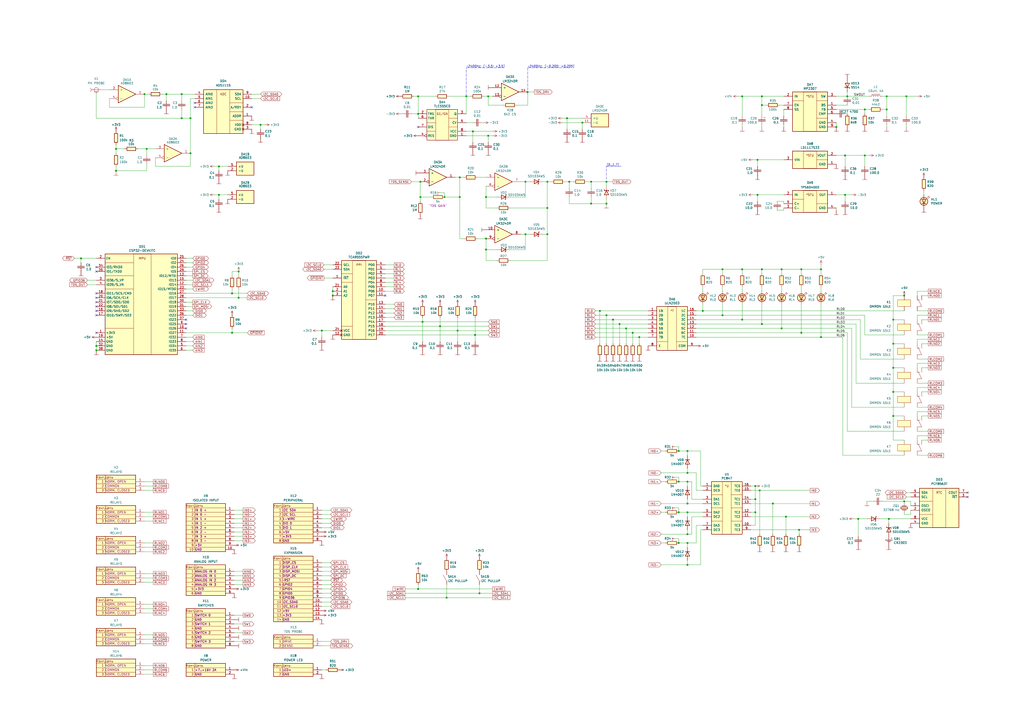
<source format=kicad_sch>
(kicad_sch (version 20211123) (generator eeschema)
  (paper "A2")
  (title_block (title "Greenhouse Controller") (date "2021-06-23") (rev "0.2") (company "Moonshine") (comment 2 "UncleRus"))
  (junction (at 283.21 55.88))
  (junction (at 419.1 156.21))
  (junction (at 525.78 55.88))
  (junction (at 266.7 102.87))
  (junction (at 55.88 200.66))
  (junction (at 476.25 156.21))
  (junction (at 255.27 189.23))
  (junction (at 398.78 292.1))
  (junction (at 328.93 68.58))
  (junction (at 515.62 300.99))
  (junction (at 441.96 156.21))
  (junction (at 419.1 182.88))
  (junction (at 317.5 135.89))
  (junction (at 407.67 180.34))
  (junction (at 464.82 156.21))
  (junction (at 278.13 344.17))
  (junction (at 490.22 90.17))
  (junction (at 242.57 55.88))
  (junction (at 398.78 297.18))
  (junction (at 476.25 195.58))
  (junction (at 151.13 72.39))
  (junction (at 242.57 341.63))
  (junction (at 83.82 54.61))
  (junction (at 518.16 199.39))
  (junction (at 485.14 73.66))
  (junction (at 257.81 114.3))
  (junction (at 134.62 170.18))
  (junction (at 464.82 193.04))
  (junction (at 337.82 71.12))
  (junction (at 518.16 241.3))
  (junction (at 275.59 194.31))
  (junction (at 67.31 99.06))
  (junction (at 393.7 297.18))
  (junction (at 304.8 135.89))
  (junction (at 351.79 105.41))
  (junction (at 138.43 172.72))
  (junction (at 127 113.03))
  (junction (at 359.41 187.96))
  (junction (at 398.78 274.32))
  (junction (at 270.51 55.88))
  (junction (at 448.31 292.1))
  (junction (at 46.99 149.86))
  (junction (at 398.78 279.4))
  (junction (at 398.78 327.66))
  (junction (at 306.07 53.34))
  (junction (at 342.9 118.11))
  (junction (at 501.65 90.17))
  (junction (at 134.62 193.04))
  (junction (at 393.7 279.4))
  (junction (at 367.03 193.04))
  (junction (at 355.6 185.42))
  (junction (at 514.35 55.88))
  (junction (at 138.43 157.48))
  (junction (at 393.7 261.62))
  (junction (at 243.84 114.3))
  (junction (at 398.78 314.96))
  (junction (at 265.43 191.77))
  (junction (at 490.22 113.03))
  (junction (at 430.53 55.88))
  (junction (at 518.16 185.42))
  (junction (at 398.78 309.88))
  (junction (at 127 96.52))
  (junction (at 105.41 68.58))
  (junction (at 514.35 63.5))
  (junction (at 274.32 76.2))
  (junction (at 55.88 203.2))
  (junction (at 85.09 86.36))
  (junction (at 497.84 300.99))
  (junction (at 245.11 186.69))
  (junction (at 317.5 105.41))
  (junction (at 370.84 195.58))
  (junction (at 363.22 190.5))
  (junction (at 438.15 297.18))
  (junction (at 441.96 60.96))
  (junction (at 304.8 105.41))
  (junction (at 441.96 55.88))
  (junction (at 398.78 261.62))
  (junction (at 193.04 171.45))
  (junction (at 342.9 105.41))
  (junction (at 317.5 120.65))
  (junction (at 330.2 105.41))
  (junction (at 110.49 68.58))
  (junction (at 518.16 227.33))
  (junction (at 393.7 314.96))
  (junction (at 105.41 54.61))
  (junction (at 501.65 63.5))
  (junction (at 453.39 156.21))
  (junction (at 351.79 118.11))
  (junction (at 518.16 213.36))
  (junction (at 242.57 66.04))
  (junction (at 283.21 78.74))
  (junction (at 441.96 187.96))
  (junction (at 186.69 191.77))
  (junction (at 524.51 171.45))
  (junction (at 491.49 55.88))
  (junction (at 440.69 284.48))
  (junction (at 439.42 92.71))
  (junction (at 453.39 190.5))
  (junction (at 347.98 180.34))
  (junction (at 281.94 144.78))
  (junction (at 259.08 346.71))
  (junction (at 266.7 114.3))
  (junction (at 430.53 185.42))
  (junction (at 67.31 86.36))
  (junction (at 243.84 105.41))
  (junction (at 351.79 182.88))
  (junction (at 96.52 54.61))
  (junction (at 430.53 156.21))
  (junction (at 110.49 88.9))
  (junction (at 438.15 281.94))
  (junction (at 438.15 289.56))
  (junction (at 463.55 307.34))
  (junction (at 455.93 299.72))
  (junction (at 193.04 168.91))
  (junction (at 281.94 114.3))
  (junction (at 281.94 138.43))
  (junction (at 524.51 290.83))
  (junction (at 439.42 113.03))
  (no_connect (at 55.88 157.48))
  (no_connect (at 55.88 182.88))
  (no_connect (at 55.88 154.94))
  (no_connect (at 55.88 177.8))
  (no_connect (at 561.34 285.75))
  (no_connect (at 107.95 187.96))
  (no_connect (at 107.95 190.5))
  (no_connect (at 55.88 180.34))
  (no_connect (at 55.88 170.18))
  (no_connect (at 146.05 62.23))
  (no_connect (at 55.88 193.04))
  (no_connect (at 242.57 73.66))
  (no_connect (at 55.88 175.26))
  (no_connect (at 561.34 288.29))
  (no_connect (at 55.88 172.72))
  (no_connect (at 223.52 171.45))
  (no_connect (at 107.95 185.42))
  (no_connect (at 113.03 59.69))
  (no_connect (at 113.03 62.23))
  (wire (pts (xy 255.27 189.23) (xy 283.21 189.23)))
  (wire (pts (xy 464.82 166.37) (xy 464.82 168.91)))
  (wire (pts (xy 419.1 176.53) (xy 419.1 182.88)))
  (wire (pts (xy 288.29 144.78) (xy 281.94 144.78)))
  (wire (pts (xy 264.16 102.87) (xy 266.7 102.87)))
  (wire (pts (xy 510.54 300.99) (xy 515.62 300.99)))
  (wire (pts (xy 283.21 78.74) (xy 270.51 78.74)))
  (wire (pts (xy 491.49 250.19) (xy 524.51 250.19)))
  (wire (pts (xy 345.44 185.42) (xy 355.6 185.42)))
  (wire (pts (xy 403.86 195.58) (xy 476.25 195.58)))
  (wire (pts (xy 317.5 105.41) (xy 320.04 105.41)))
  (wire (pts (xy 439.42 92.71) (xy 454.66 92.71)))
  (wire (pts (xy 223.52 189.23) (xy 255.27 189.23)))
  (wire (pts (xy 438.15 289.56) (xy 438.15 281.94)))
  (wire (pts (xy 83.82 284.48) (xy 88.9 284.48)))
  (wire (pts (xy 83.82 373.38) (xy 88.9 373.38)))
  (wire (pts (xy 524.51 227.33) (xy 518.16 227.33)))
  (wire (pts (xy 345.44 187.96) (xy 359.41 187.96)))
  (wire (pts (xy 186.69 300.99) (xy 191.77 300.99)))
  (wire (pts (xy 436.88 92.71) (xy 439.42 92.71)))
  (wire (pts (xy 326.39 71.12) (xy 337.82 71.12)))
  (wire (pts (xy 43.18 149.86) (xy 46.99 149.86)))
  (wire (pts (xy 419.1 156.21) (xy 419.1 158.75)))
  (wire (pts (xy 274.32 82.55) (xy 274.32 76.2)))
  (wire (pts (xy 525.78 288.29) (xy 528.32 288.29)))
  (wire (pts (xy 223.52 181.61) (xy 228.6 181.61)))
  (wire (pts (xy 347.98 180.34) (xy 375.92 180.34)))
  (wire (pts (xy 299.72 60.96) (xy 306.07 60.96)))
  (wire (pts (xy 243.84 114.3) (xy 250.19 114.3)))
  (wire (pts (xy 107.95 170.18) (xy 134.62 170.18)))
  (wire (pts (xy 454.66 120.65) (xy 454.66 121.92)))
  (wire (pts (xy 330.2 118.11) (xy 342.9 118.11)))
  (wire (pts (xy 135.89 361.95) (xy 140.97 361.95)))
  (wire (pts (xy 430.53 156.21) (xy 430.53 158.75)))
  (wire (pts (xy 419.1 166.37) (xy 419.1 168.91)))
  (wire (pts (xy 532.13 194.31) (xy 538.48 194.31)))
  (wire (pts (xy 135.89 336.55) (xy 140.97 336.55)))
  (wire (pts (xy 532.13 196.85) (xy 538.48 196.85)))
  (polyline (pts (xy 270.51 55.88) (xy 270.51 39.37)))
  (wire (pts (xy 238.76 66.04) (xy 242.57 66.04)))
  (wire (pts (xy 532.13 264.16) (xy 538.48 264.16)))
  (wire (pts (xy 304.8 105.41) (xy 302.26 105.41)))
  (wire (pts (xy 186.69 306.07) (xy 191.77 306.07)))
  (wire (pts (xy 454.66 73.66) (xy 454.66 72.39)))
  (wire (pts (xy 259.08 346.71) (xy 285.75 346.71)))
  (wire (pts (xy 430.53 55.88) (xy 441.96 55.88)))
  (wire (pts (xy 83.82 370.84) (xy 88.9 370.84)))
  (wire (pts (xy 186.69 339.09) (xy 191.77 339.09)))
  (wire (pts (xy 518.16 241.3) (xy 518.16 227.33)))
  (wire (pts (xy 223.52 163.83) (xy 228.6 163.83)))
  (wire (pts (xy 476.25 176.53) (xy 476.25 195.58)))
  (wire (pts (xy 274.32 76.2) (xy 270.51 76.2)))
  (wire (pts (xy 463.55 307.34) (xy 469.9 307.34)))
  (wire (pts (xy 127 113.03) (xy 132.08 113.03)))
  (wire (pts (xy 439.42 113.03) (xy 454.66 113.03)))
  (wire (pts (xy 532.13 222.25) (xy 538.48 222.25)))
  (wire (pts (xy 276.86 102.87) (xy 281.94 102.87)))
  (wire (pts (xy 135.89 308.61) (xy 140.97 308.61)))
  (wire (pts (xy 518.16 185.42) (xy 518.16 171.45)))
  (wire (pts (xy 46.99 149.86) (xy 55.88 149.86)))
  (wire (pts (xy 403.86 187.96) (xy 441.96 187.96)))
  (wire (pts (xy 186.69 298.45) (xy 191.77 298.45)))
  (wire (pts (xy 351.79 118.11) (xy 351.79 115.57)))
  (wire (pts (xy 278.13 339.09) (xy 278.13 344.17)))
  (wire (pts (xy 186.69 331.47) (xy 191.77 331.47)))
  (wire (pts (xy 275.59 194.31) (xy 275.59 198.12)))
  (wire (pts (xy 345.44 182.88) (xy 351.79 182.88)))
  (wire (pts (xy 186.69 344.17) (xy 191.77 344.17)))
  (wire (pts (xy 191.77 374.65) (xy 186.69 374.65)))
  (wire (pts (xy 330.2 114.3) (xy 330.2 118.11)))
  (wire (pts (xy 453.39 166.37) (xy 453.39 168.91)))
  (wire (pts (xy 107.95 177.8) (xy 111.76 177.8)))
  (wire (pts (xy 153.67 72.39) (xy 151.13 72.39)))
  (wire (pts (xy 330.2 109.22) (xy 330.2 105.41)))
  (wire (pts (xy 454.66 116.84) (xy 454.66 118.11)))
  (wire (pts (xy 110.49 96.52) (xy 110.49 88.9)))
  (wire (pts (xy 441.96 55.88) (xy 454.66 55.88)))
  (wire (pts (xy 403.86 180.34) (xy 407.67 180.34)))
  (wire (pts (xy 283.21 82.55) (xy 283.21 78.74)))
  (wire (pts (xy 93.98 54.61) (xy 96.52 54.61)))
  (wire (pts (xy 439.42 116.84) (xy 439.42 113.03)))
  (wire (pts (xy 524.51 194.31) (xy 501.65 194.31)))
  (wire (pts (xy 330.2 105.41) (xy 332.74 105.41)))
  (wire (pts (xy 328.93 74.93) (xy 328.93 68.58)))
  (wire (pts (xy 453.39 190.5) (xy 494.03 190.5)))
  (wire (pts (xy 532.13 182.88) (xy 538.48 182.88)))
  (wire (pts (xy 317.5 151.13) (xy 295.91 151.13)))
  (wire (pts (xy 506.73 290.83) (xy 502.92 290.83)))
  (wire (pts (xy 383.54 309.88) (xy 398.78 309.88)))
  (wire (pts (xy 403.86 284.48) (xy 403.86 274.32)))
  (wire (pts (xy 430.53 156.21) (xy 441.96 156.21)))
  (wire (pts (xy 501.65 90.17) (xy 501.65 96.52)))
  (wire (pts (xy 490.22 116.84) (xy 490.22 113.03)))
  (wire (pts (xy 398.78 307.34) (xy 398.78 309.88)))
  (wire (pts (xy 223.52 153.67) (xy 228.6 153.67)))
  (wire (pts (xy 279.4 71.12) (xy 280.67 71.12)))
  (wire (pts (xy 393.7 259.08) (xy 391.16 259.08)))
  (wire (pts (xy 234.95 341.63) (xy 242.57 341.63)))
  (wire (pts (xy 351.79 182.88) (xy 375.92 182.88)))
  (wire (pts (xy 223.52 179.07) (xy 228.6 179.07)))
  (wire (pts (xy 55.88 165.1) (xy 50.8 165.1)))
  (wire (pts (xy 398.78 297.18) (xy 407.67 297.18)))
  (polyline (pts (xy 270.51 39.37) (xy 292.1 39.37)))
  (wire (pts (xy 83.82 335.28) (xy 88.9 335.28)))
  (wire (pts (xy 186.69 341.63) (xy 191.77 341.63)))
  (wire (pts (xy 96.52 54.61) (xy 96.52 58.42)))
  (wire (pts (xy 243.84 114.3) (xy 243.84 116.84)))
  (wire (pts (xy 266.7 102.87) (xy 266.7 114.3)))
  (wire (pts (xy 398.78 325.12) (xy 398.78 327.66)))
  (wire (pts (xy 532.13 238.76) (xy 538.48 238.76)))
  (wire (pts (xy 252.73 55.88) (xy 242.57 55.88)))
  (wire (pts (xy 281.94 151.13) (xy 281.94 144.78)))
  (wire (pts (xy 441.96 166.37) (xy 441.96 168.91)))
  (wire (pts (xy 383.54 314.96) (xy 386.08 314.96)))
  (wire (pts (xy 393.7 279.4) (xy 398.78 279.4)))
  (wire (pts (xy 281.94 114.3) (xy 281.94 107.95)))
  (wire (pts (xy 524.51 213.36) (xy 518.16 213.36)))
  (wire (pts (xy 455.93 309.88) (xy 455.93 299.72)))
  (wire (pts (xy 107.95 198.12) (xy 111.76 198.12)))
  (wire (pts (xy 490.22 90.17) (xy 501.65 90.17)))
  (wire (pts (xy 223.52 191.77) (xy 265.43 191.77)))
  (wire (pts (xy 58.42 52.07) (xy 63.5 52.07)))
  (wire (pts (xy 435.61 292.1) (xy 448.31 292.1)))
  (wire (pts (xy 285.75 76.2) (xy 274.32 76.2)))
  (wire (pts (xy 288.29 151.13) (xy 281.94 151.13)))
  (wire (pts (xy 345.44 190.5) (xy 363.22 190.5)))
  (wire (pts (xy 407.67 166.37) (xy 407.67 168.91)))
  (wire (pts (xy 186.69 191.77) (xy 186.69 195.58)))
  (wire (pts (xy 110.49 68.58) (xy 105.41 68.58)))
  (wire (pts (xy 138.43 167.64) (xy 138.43 172.72)))
  (polyline (pts (xy 351.79 96.52) (xy 360.68 96.52)))
  (wire (pts (xy 83.82 302.26) (xy 88.9 302.26)))
  (wire (pts (xy 342.9 105.41) (xy 351.79 105.41)))
  (wire (pts (xy 83.82 314.96) (xy 88.9 314.96)))
  (wire (pts (xy 304.8 144.78) (xy 304.8 135.89)))
  (wire (pts (xy 441.96 60.96) (xy 444.5 60.96)))
  (wire (pts (xy 355.6 185.42) (xy 355.6 199.39)))
  (wire (pts (xy 398.78 281.94) (xy 398.78 279.4)))
  (wire (pts (xy 515.62 303.53) (xy 515.62 300.99)))
  (wire (pts (xy 292.1 60.96) (xy 283.21 60.96)))
  (wire (pts (xy 242.57 55.88) (xy 242.57 66.04)))
  (wire (pts (xy 393.7 276.86) (xy 393.7 279.4)))
  (wire (pts (xy 398.78 264.16) (xy 398.78 261.62)))
  (wire (pts (xy 63.5 62.23) (xy 83.82 62.23)))
  (wire (pts (xy 107.95 157.48) (xy 111.76 157.48)))
  (wire (pts (xy 234.95 346.71) (xy 259.08 346.71)))
  (wire (pts (xy 135.89 313.69) (xy 140.97 313.69)))
  (wire (pts (xy 398.78 289.56) (xy 398.78 292.1)))
  (wire (pts (xy 351.79 105.41) (xy 351.79 107.95)))
  (wire (pts (xy 476.25 156.21) (xy 476.25 158.75)))
  (wire (pts (xy 430.53 73.66) (xy 430.53 72.39)))
  (wire (pts (xy 245.11 186.69) (xy 283.21 186.69)))
  (wire (pts (xy 534.67 241.3) (xy 538.48 241.3)))
  (wire (pts (xy 107.95 165.1) (xy 111.76 165.1)))
  (wire (pts (xy 105.41 54.61) (xy 113.03 54.61)))
  (wire (pts (xy 406.4 327.66) (xy 406.4 307.34)))
  (wire (pts (xy 273.05 55.88) (xy 270.51 55.88)))
  (wire (pts (xy 485.14 60.96) (xy 491.49 60.96)))
  (wire (pts (xy 532.13 182.88) (xy 532.13 185.42)))
  (wire (pts (xy 138.43 172.72) (xy 143.51 172.72)))
  (wire (pts (xy 281.94 144.78) (xy 281.94 138.43)))
  (wire (pts (xy 514.35 73.66) (xy 514.35 72.39)))
  (wire (pts (xy 328.93 68.58) (xy 337.82 68.58)))
  (wire (pts (xy 83.82 355.6) (xy 88.9 355.6)))
  (wire (pts (xy 448.31 309.88) (xy 448.31 292.1)))
  (wire (pts (xy 398.78 327.66) (xy 406.4 327.66)))
  (wire (pts (xy 135.89 356.87) (xy 140.97 356.87)))
  (wire (pts (xy 383.54 274.32) (xy 398.78 274.32)))
  (wire (pts (xy 186.69 334.01) (xy 191.77 334.01)))
  (wire (pts (xy 532.13 241.3) (xy 532.13 238.76)))
  (wire (pts (xy 528.32 298.45) (xy 528.32 295.91)))
  (wire (pts (xy 453.39 156.21) (xy 453.39 158.75)))
  (wire (pts (xy 265.43 184.15) (xy 265.43 191.77)))
  (wire (pts (xy 524.51 290.83) (xy 528.32 290.83)))
  (wire (pts (xy 464.82 156.21) (xy 464.82 158.75)))
  (wire (pts (xy 107.95 154.94) (xy 111.76 154.94)))
  (wire (pts (xy 534.67 255.27) (xy 538.48 255.27)))
  (wire (pts (xy 232.41 66.04) (xy 233.68 66.04)))
  (wire (pts (xy 406.4 307.34) (xy 407.67 307.34)))
  (wire (pts (xy 347.98 180.34) (xy 347.98 199.39)))
  (wire (pts (xy 485.14 113.03) (xy 490.22 113.03)))
  (wire (pts (xy 430.53 166.37) (xy 430.53 168.91)))
  (wire (pts (xy 255.27 111.76) (xy 257.81 111.76)))
  (wire (pts (xy 454.66 67.31) (xy 454.66 63.5)))
  (wire (pts (xy 518.16 227.33) (xy 518.16 213.36)))
  (wire (pts (xy 453.39 156.21) (xy 464.82 156.21)))
  (wire (pts (xy 532.13 227.33) (xy 532.13 224.79)))
  (wire (pts (xy 260.35 55.88) (xy 270.51 55.88)))
  (wire (pts (xy 525.78 73.66) (xy 525.78 72.39)))
  (wire (pts (xy 501.65 63.5) (xy 504.19 63.5)))
  (wire (pts (xy 184.15 191.77) (xy 186.69 191.77)))
  (wire (pts (xy 90.17 96.52) (xy 110.49 96.52)))
  (wire (pts (xy 135.89 298.45) (xy 140.97 298.45)))
  (wire (pts (xy 501.65 66.04) (xy 501.65 63.5)))
  (wire (pts (xy 187.96 161.29) (xy 193.04 161.29)))
  (wire (pts (xy 255.27 184.15) (xy 255.27 189.23)))
  (wire (pts (xy 83.82 279.4) (xy 88.9 279.4)))
  (wire (pts (xy 146.05 57.15) (xy 151.13 57.15)))
  (wire (pts (xy 491.49 250.19) (xy 491.49 193.04)))
  (wire (pts (xy 439.42 113.03) (xy 436.88 113.03)))
  (wire (pts (xy 464.82 176.53) (xy 464.82 193.04)))
  (wire (pts (xy 430.53 176.53) (xy 430.53 185.42)))
  (wire (pts (xy 138.43 157.48) (xy 138.43 160.02)))
  (wire (pts (xy 135.89 306.07) (xy 140.97 306.07)))
  (wire (pts (xy 345.44 180.34) (xy 347.98 180.34)))
  (wire (pts (xy 186.69 346.71) (xy 191.77 346.71)))
  (wire (pts (xy 532.13 171.45) (xy 532.13 168.91)))
  (wire (pts (xy 490.22 66.04) (xy 491.49 66.04)))
  (wire (pts (xy 342.9 114.3) (xy 342.9 118.11)))
  (wire (pts (xy 107.95 195.58) (xy 111.76 195.58)))
  (wire (pts (xy 146.05 54.61) (xy 151.13 54.61)))
  (wire (pts (xy 525.78 55.88) (xy 532.13 55.88)))
  (wire (pts (xy 134.62 190.5) (xy 134.62 193.04)))
  (wire (pts (xy 90.17 91.44) (xy 90.17 96.52)))
  (wire (pts (xy 476.25 153.67) (xy 476.25 156.21)))
  (wire (pts (xy 223.52 186.69) (xy 245.11 186.69)))
  (wire (pts (xy 242.57 341.63) (xy 285.75 341.63)))
  (wire (pts (xy 245.11 184.15) (xy 245.11 186.69)))
  (wire (pts (xy 515.62 300.99) (xy 528.32 300.99)))
  (wire (pts (xy 514.35 55.88) (xy 511.81 55.88)))
  (wire (pts (xy 407.67 284.48) (xy 403.86 284.48)))
  (wire (pts (xy 534.67 171.45) (xy 538.48 171.45)))
  (wire (pts (xy 107.95 175.26) (xy 111.76 175.26)))
  (wire (pts (xy 83.82 297.18) (xy 88.9 297.18)))
  (wire (pts (xy 306.07 53.34) (xy 309.88 53.34)))
  (wire (pts (xy 532.13 168.91) (xy 538.48 168.91)))
  (wire (pts (xy 452.12 60.96) (xy 454.66 60.96)))
  (wire (pts (xy 55.88 198.12) (xy 55.88 200.66)))
  (wire (pts (xy 345.44 193.04) (xy 367.03 193.04)))
  (wire (pts (xy 518.16 185.42) (xy 524.51 185.42)))
  (wire (pts (xy 532.13 252.73) (xy 538.48 252.73)))
  (wire (pts (xy 266.7 138.43) (xy 269.24 138.43)))
  (wire (pts (xy 532.13 236.22) (xy 538.48 236.22)))
  (wire (pts (xy 435.61 307.34) (xy 463.55 307.34)))
  (wire (pts (xy 80.01 86.36) (xy 85.09 86.36)))
  (wire (pts (xy 223.52 176.53) (xy 228.6 176.53)))
  (wire (pts (xy 435.61 281.94) (xy 438.15 281.94)))
  (wire (pts (xy 407.67 176.53) (xy 407.67 180.34)))
  (wire (pts (xy 304.8 135.89) (xy 307.34 135.89)))
  (wire (pts (xy 85.09 99.06) (xy 67.31 99.06)))
  (wire (pts (xy 134.62 167.64) (xy 134.62 170.18)))
  (wire (pts (xy 186.69 328.93) (xy 191.77 328.93)))
  (wire (pts (xy 107.95 172.72) (xy 138.43 172.72)))
  (wire (pts (xy 448.31 292.1) (xy 469.9 292.1)))
  (wire (pts (xy 135.89 303.53) (xy 140.97 303.53)))
  (wire (pts (xy 383.54 327.66) (xy 398.78 327.66)))
  (wire (pts (xy 83.82 388.62) (xy 88.9 388.62)))
  (wire (pts (xy 223.52 168.91) (xy 228.6 168.91)))
  (wire (pts (xy 501.65 90.17) (xy 504.19 90.17)))
  (wire (pts (xy 435.61 289.56) (xy 438.15 289.56)))
  (wire (pts (xy 110.49 57.15) (xy 110.49 68.58)))
  (wire (pts (xy 257.81 111.76) (xy 257.81 114.3)))
  (wire (pts (xy 83.82 350.52) (xy 88.9 350.52)))
  (wire (pts (xy 228.6 161.29) (xy 223.52 161.29)))
  (wire (pts (xy 83.82 320.04) (xy 88.9 320.04)))
  (wire (pts (xy 518.16 171.45) (xy 524.51 171.45)))
  (wire (pts (xy 186.69 349.25) (xy 191.77 349.25)))
  (wire (pts (xy 276.86 138.43) (xy 281.94 138.43)))
  (wire (pts (xy 223.52 194.31) (xy 275.59 194.31)))
  (wire (pts (xy 234.95 344.17) (xy 278.13 344.17)))
  (wire (pts (xy 485.14 121.92) (xy 485.14 120.65)))
  (wire (pts (xy 398.78 271.78) (xy 398.78 274.32)))
  (wire (pts (xy 393.7 261.62) (xy 398.78 261.62)))
  (wire (pts (xy 242.57 68.58) (xy 242.57 66.04)))
  (wire (pts (xy 532.13 255.27) (xy 532.13 252.73)))
  (wire (pts (xy 401.32 309.88) (xy 401.32 299.72)))
  (wire (pts (xy 326.39 68.58) (xy 328.93 68.58)))
  (wire (pts (xy 441.96 60.96) (xy 441.96 55.88)))
  (wire (pts (xy 135.89 339.09) (xy 140.97 339.09)))
  (wire (pts (xy 491.49 193.04) (xy 464.82 193.04)))
  (wire (pts (xy 317.5 120.65) (xy 295.91 120.65)))
  (wire (pts (xy 295.91 114.3) (xy 304.8 114.3)))
  (wire (pts (xy 257.81 114.3) (xy 266.7 114.3)))
  (wire (pts (xy 359.41 187.96) (xy 359.41 199.39)))
  (wire (pts (xy 511.81 290.83) (xy 524.51 290.83)))
  (wire (pts (xy 85.09 95.25) (xy 85.09 99.06)))
  (wire (pts (xy 528.32 293.37) (xy 528.32 290.83)))
  (wire (pts (xy 406.4 281.94) (xy 406.4 261.62)))
  (wire (pts (xy 223.52 184.15) (xy 228.6 184.15)))
  (wire (pts (xy 525.78 285.75) (xy 528.32 285.75)))
  (wire (pts (xy 187.96 156.21) (xy 193.04 156.21)))
  (wire (pts (xy 242.57 339.09) (xy 242.57 341.63)))
  (wire (pts (xy 488.95 195.58) (xy 488.95 264.16)))
  (wire (pts (xy 342.9 118.11) (xy 351.79 118.11)))
  (wire (pts (xy 494.03 190.5) (xy 494.03 236.22)))
  (wire (pts (xy 514.35 63.5) (xy 514.35 55.88)))
  (wire (pts (xy 355.6 185.42) (xy 375.92 185.42)))
  (wire (pts (xy 391.16 312.42) (xy 393.7 312.42)))
  (wire (pts (xy 295.91 144.78) (xy 304.8 144.78)))
  (wire (pts (xy 494.03 236.22) (xy 524.51 236.22)))
  (wire (pts (xy 280.67 55.88) (xy 283.21 55.88)))
  (wire (pts (xy 83.82 299.72) (xy 88.9 299.72)))
  (wire (pts (xy 367.03 193.04) (xy 367.03 199.39)))
  (wire (pts (xy 304.8 114.3) (xy 304.8 105.41)))
  (wire (pts (xy 351.79 182.88) (xy 351.79 199.39)))
  (wire (pts (xy 85.09 86.36) (xy 85.09 90.17)))
  (wire (pts (xy 63.5 57.15) (xy 63.5 62.23)))
  (wire (pts (xy 83.82 62.23) (xy 83.82 54.61)))
  (wire (pts (xy 430.53 185.42) (xy 499.11 185.42)))
  (wire (pts (xy 393.7 314.96) (xy 398.78 314.96)))
  (wire (pts (xy 270.51 55.88) (xy 270.51 66.04)))
  (wire (pts (xy 403.86 274.32) (xy 398.78 274.32)))
  (wire (pts (xy 124.46 113.03) (xy 127 113.03)))
  (wire (pts (xy 532.13 213.36) (xy 532.13 210.82)))
  (wire (pts (xy 223.52 156.21) (xy 228.6 156.21)))
  (wire (pts (xy 435.61 304.8) (xy 438.15 304.8)))
  (wire (pts (xy 407.67 289.56) (xy 401.32 289.56)))
  (wire (pts (xy 401.32 299.72) (xy 407.67 299.72)))
  (wire (pts (xy 67.31 86.36) (xy 67.31 88.9)))
  (wire (pts (xy 438.15 297.18) (xy 438.15 289.56)))
  (wire (pts (xy 143.51 193.04) (xy 134.62 193.04)))
  (wire (pts (xy 518.16 199.39) (xy 518.16 185.42)))
  (wire (pts (xy 441.96 156.21) (xy 453.39 156.21)))
  (wire (pts (xy 107.95 182.88) (xy 111.76 182.88)))
  (polyline (pts (xy 306.07 39.37) (xy 331.47 39.37)))
  (wire (pts (xy 441.96 176.53) (xy 441.96 187.96)))
  (wire (pts (xy 501.65 63.5) (xy 485.14 63.5)))
  (wire (pts (xy 532.13 199.39) (xy 532.13 196.85)))
  (wire (pts (xy 107.95 180.34) (xy 111.76 180.34)))
  (wire (pts (xy 317.5 135.89) (xy 317.5 120.65)))
  (wire (pts (xy 283.21 194.31) (xy 275.59 194.31)))
  (wire (pts (xy 135.89 311.15) (xy 140.97 311.15)))
  (wire (pts (xy 266.7 114.3) (xy 266.7 138.43)))
  (wire (pts (xy 501.65 194.31) (xy 501.65 182.88)))
  (wire (pts (xy 151.13 72.39) (xy 151.13 74.93)))
  (wire (pts (xy 85.09 86.36) (xy 90.17 86.36)))
  (wire (pts (xy 135.89 367.03) (xy 140.97 367.03)))
  (wire (pts (xy 439.42 96.52) (xy 439.42 92.71)))
  (wire (pts (xy 370.84 195.58) (xy 375.92 195.58)))
  (wire (pts (xy 186.69 336.55) (xy 191.77 336.55)))
  (wire (pts (xy 127 96.52) (xy 132.08 96.52)))
  (wire (pts (xy 111.76 162.56) (xy 107.95 162.56)))
  (wire (pts (xy 524.51 241.3) (xy 518.16 241.3)))
  (wire (pts (xy 327.66 105.41) (xy 330.2 105.41)))
  (wire (pts (xy 440.69 284.48) (xy 469.9 284.48)))
  (wire (pts (xy 485.14 73.66) (xy 485.14 71.12)))
  (wire (pts (xy 370.84 195.58) (xy 370.84 199.39)))
  (wire (pts (xy 491.49 55.88) (xy 504.19 55.88)))
  (wire (pts (xy 476.25 195.58) (xy 488.95 195.58)))
  (wire (pts (xy 107.95 200.66) (xy 111.76 200.66)))
  (wire (pts (xy 135.89 295.91) (xy 140.97 295.91)))
  (wire (pts (xy 534.67 227.33) (xy 538.48 227.33)))
  (wire (pts (xy 497.84 300.99) (xy 502.92 300.99)))
  (wire (pts (xy 403.86 304.8) (xy 407.67 304.8)))
  (wire (pts (xy 532.13 180.34) (xy 538.48 180.34)))
  (wire (pts (xy 302.26 135.89) (xy 304.8 135.89)))
  (wire (pts (xy 403.86 182.88) (xy 419.1 182.88)))
  (wire (pts (xy 524.51 199.39) (xy 518.16 199.39)))
  (wire (pts (xy 186.69 372.11) (xy 191.77 372.11)))
  (wire (pts (xy 407.67 180.34) (xy 524.51 180.34)))
  (wire (pts (xy 407.67 281.94) (xy 406.4 281.94)))
  (wire (pts (xy 524.51 255.27) (xy 518.16 255.27)))
  (wire (pts (xy 518.16 213.36) (xy 518.16 199.39)))
  (wire (pts (xy 524.51 298.45) (xy 528.32 298.45)))
  (wire (pts (xy 67.31 96.52) (xy 67.31 99.06)))
  (wire (pts (xy 107.95 152.4) (xy 111.76 152.4)))
  (wire (pts (xy 393.7 294.64) (xy 393.7 297.18)))
  (wire (pts (xy 491.49 53.34) (xy 491.49 55.88)))
  (wire (pts (xy 317.5 105.41) (xy 317.5 120.65)))
  (wire (pts (xy 383.54 261.62) (xy 386.08 261.62)))
  (wire (pts (xy 403.86 185.42) (xy 430.53 185.42)))
  (wire (pts (xy 288.29 114.3) (xy 281.94 114.3)))
  (wire (pts (xy 419.1 156.21) (xy 430.53 156.21)))
  (wire (pts (xy 485.14 55.88) (xy 491.49 55.88)))
  (wire (pts (xy 435.61 297.18) (xy 438.15 297.18)))
  (polyline (pts (xy 306.07 54.61) (xy 306.07 39.37)))
  (wire (pts (xy 534.67 213.36) (xy 538.48 213.36)))
  (wire (pts (xy 186.69 295.91) (xy 191.77 295.91)))
  (wire (pts (xy 223.52 158.75) (xy 228.6 158.75)))
  (wire (pts (xy 435.61 299.72) (xy 455.93 299.72)))
  (wire (pts (xy 532.13 208.28) (xy 538.48 208.28)))
  (wire (pts (xy 238.76 105.41) (xy 243.84 105.41)))
  (wire (pts (xy 453.39 176.53) (xy 453.39 190.5)))
  (wire (pts (xy 476.25 166.37) (xy 476.25 168.91)))
  (wire (pts (xy 107.95 167.64) (xy 111.76 167.64)))
  (wire (pts (xy 306.07 60.96) (xy 306.07 53.34)))
  (wire (pts (xy 393.7 297.18) (xy 398.78 297.18)))
  (wire (pts (xy 265.43 191.77) (xy 283.21 191.77)))
  (wire (pts (xy 134.62 157.48) (xy 138.43 157.48)))
  (wire (pts (xy 363.22 190.5) (xy 375.92 190.5)))
  (wire (pts (xy 151.13 72.39) (xy 146.05 72.39)))
  (wire (pts (xy 398.78 309.88) (xy 401.32 309.88)))
  (wire (pts (xy 55.88 68.58) (xy 105.41 68.58)))
  (wire (pts (xy 240.03 55.88) (xy 242.57 55.88)))
  (wire (pts (xy 363.22 190.5) (xy 363.22 199.39)))
  (wire (pts (xy 524.51 292.1) (xy 524.51 290.83)))
  (wire (pts (xy 403.86 314.96) (xy 403.86 304.8)))
  (wire (pts (xy 50.8 162.56) (xy 55.88 162.56)))
  (wire (pts (xy 401.32 279.4) (xy 398.78 279.4)))
  (wire (pts (xy 283.21 55.88) (xy 285.75 55.88)))
  (wire (pts (xy 134.62 160.02) (xy 134.62 157.48)))
  (wire (pts (xy 359.41 187.96) (xy 375.92 187.96)))
  (wire (pts (xy 317.5 135.89) (xy 317.5 151.13)))
  (wire (pts (xy 438.15 304.8) (xy 438.15 297.18)))
  (wire (pts (xy 490.22 90.17) (xy 490.22 96.52)))
  (wire (pts (xy 265.43 191.77) (xy 265.43 198.12)))
  (wire (pts (xy 186.69 388.62) (xy 189.23 388.62)))
  (wire (pts (xy 107.95 193.04) (xy 134.62 193.04)))
  (wire (pts (xy 345.44 195.58) (xy 370.84 195.58)))
  (wire (pts (xy 398.78 317.5) (xy 398.78 314.96)))
  (wire (pts (xy 495.3 300.99) (xy 497.84 300.99)))
  (wire (pts (xy 83.82 332.74) (xy 88.9 332.74)))
  (wire (pts (xy 464.82 156.21) (xy 476.25 156.21)))
  (wire (pts (xy 393.7 259.08) (xy 393.7 261.62)))
  (wire (pts (xy 393.7 312.42) (xy 393.7 314.96)))
  (wire (pts (xy 383.54 297.18) (xy 386.08 297.18)))
  (wire (pts (xy 463.55 309.88) (xy 463.55 307.34)))
  (wire (pts (xy 96.52 54.61) (xy 105.41 54.61)))
  (wire (pts (xy 398.78 292.1) (xy 407.67 292.1)))
  (wire (pts (xy 83.82 317.5) (xy 88.9 317.5)))
  (wire (pts (xy 496.57 222.25) (xy 496.57 187.96)))
  (wire (pts (xy 275.59 184.15) (xy 275.59 194.31)))
  (wire (pts (xy 342.9 105.41) (xy 342.9 109.22)))
  (wire (pts (xy 304.8 105.41) (xy 307.34 105.41)))
  (wire (pts (xy 398.78 314.96) (xy 403.86 314.96)))
  (wire (pts (xy 514.35 67.31) (xy 514.35 63.5)))
  (wire (pts (xy 407.67 158.75) (xy 407.67 156.21)))
  (wire (pts (xy 440.69 309.88) (xy 440.69 284.48)))
  (wire (pts (xy 314.96 135.89) (xy 317.5 135.89)))
  (wire (pts (xy 532.13 224.79) (xy 538.48 224.79)))
  (wire (pts (xy 107.95 149.86) (xy 111.76 149.86)))
  (wire (pts (xy 283.21 60.96) (xy 283.21 55.88)))
  (wire (pts (xy 83.82 368.3) (xy 88.9 368.3)))
  (wire (pts (xy 186.69 351.79) (xy 191.77 351.79)))
  (wire (pts (xy 464.82 193.04) (xy 403.86 193.04)))
  (wire (pts (xy 455.93 299.72) (xy 469.9 299.72)))
  (wire (pts (xy 435.61 284.48) (xy 440.69 284.48)))
  (wire (pts (xy 524.51 222.25) (xy 496.57 222.25)))
  (wire (pts (xy 135.89 300.99) (xy 140.97 300.99)))
  (wire (pts (xy 124.46 96.52) (xy 127 96.52)))
  (wire (pts (xy 499.11 208.28) (xy 524.51 208.28)))
  (wire (pts (xy 55.88 200.66) (xy 55.88 203.2)))
  (wire (pts (xy 488.95 264.16) (xy 524.51 264.16)))
  (wire (pts (xy 135.89 331.47) (xy 140.97 331.47)))
  (wire (pts (xy 398.78 299.72) (xy 398.78 297.18)))
  (wire (pts (xy 532.13 210.82) (xy 538.48 210.82)))
  (wire (pts (xy 391.16 276.86) (xy 393.7 276.86)))
  (wire (pts (xy 441.96 187.96) (xy 496.57 187.96)))
  (wire (pts (xy 83.82 391.16) (xy 88.9 391.16)))
  (wire (pts (xy 450.85 116.84) (xy 454.66 116.84)))
  (wire (pts (xy 340.36 105.41) (xy 342.9 105.41)))
  (wire (pts (xy 107.95 203.2) (xy 111.76 203.2)))
  (wire (pts (xy 255.27 189.23) (xy 255.27 198.12)))
  (wire (pts (xy 407.67 156.21) (xy 419.1 156.21)))
  (wire (pts (xy 55.88 54.61) (xy 55.88 68.58)))
  (wire (pts (xy 105.41 54.61) (xy 105.41 58.42)))
  (wire (pts (xy 193.04 168.91) (xy 193.04 166.37)))
  (wire (pts (xy 314.96 105.41) (xy 317.5 105.41)))
  (wire (pts (xy 110.49 68.58) (xy 110.49 88.9)))
  (wire (pts (xy 105.41 63.5) (xy 105.41 68.58)))
  (wire (pts (xy 406.4 261.62) (xy 398.78 261.62)))
  (wire (pts (xy 46.99 152.4) (xy 46.99 149.86)))
  (wire (pts (xy 274.32 71.12) (xy 270.51 71.12)))
  (wire (pts (xy 135.89 372.11) (xy 140.97 372.11)))
  (wire (pts (xy 383.54 279.4) (xy 386.08 279.4)))
  (wire (pts (xy 107.95 160.02) (xy 111.76 160.02)))
  (wire (pts (xy 288.29 120.65) (xy 281.94 120.65)))
  (wire (pts (xy 383.54 292.1) (xy 398.78 292.1)))
  (wire (pts (xy 187.96 153.67) (xy 193.04 153.67)))
  (wire (pts (xy 454.66 121.92) (xy 450.85 121.92)))
  (wire (pts (xy 83.82 281.94) (xy 88.9 281.94)))
  (wire (pts (xy 243.84 105.41) (xy 243.84 114.3)))
  (wire (pts (xy 67.31 86.36) (xy 72.39 86.36)))
  (wire (pts (xy 514.35 55.88) (xy 525.78 55.88)))
  (polyline (pts (xy 351.79 104.14) (xy 351.79 96.52)))
  (wire (pts (xy 245.11 186.69) (xy 245.11 198.12)))
  (wire (pts (xy 278.13 344.17) (xy 285.75 344.17)))
  (wire (pts (xy 367.03 193.04) (xy 375.92 193.04)))
  (wire (pts (xy 518.16 255.27) (xy 518.16 241.3)))
  (wire (pts (xy 285.75 78.74) (xy 283.21 78.74)))
  (wire (pts (xy 532.13 250.19) (xy 538.48 250.19)))
  (wire (pts (xy 127 113.03) (xy 127 115.57)))
  (wire (pts (xy 403.86 190.5) (xy 453.39 190.5)))
  (wire (pts (xy 67.31 83.82) (xy 67.31 86.36)))
  (wire (pts (xy 511.81 63.5) (xy 514.35 63.5)))
  (wire (pts (xy 441.96 67.31) (xy 441.96 60.96)))
  (wire (pts (xy 269.24 102.87) (xy 266.7 102.87)))
  (wire (pts (xy 490.22 113.03) (xy 494.03 113.03)))
  (wire (pts (xy 113.03 57.15) (xy 110.49 57.15)))
  (wire (pts (xy 534.67 185.42) (xy 538.48 185.42)))
  (wire (pts (xy 193.04 171.45) (xy 193.04 168.91)))
  (wire (pts (xy 497.84 300.99) (xy 497.84 311.15)))
  (wire (pts (xy 135.89 334.01) (xy 140.97 334.01)))
  (wire (pts (xy 186.69 303.53) (xy 191.77 303.53)))
  (wire (pts (xy 499.11 185.42) (xy 499.11 208.28)))
  (wire (pts (xy 83.82 54.61) (xy 86.36 54.61)))
  (wire (pts (xy 441.96 156.21) (xy 441.96 158.75)))
  (wire (pts (xy 430.53 55.88) (xy 430.53 67.31)))
  (wire (pts (xy 127 96.52) (xy 127 99.06)))
  (wire (pts (xy 441.96 73.66) (xy 441.96 72.39)))
  (wire (pts (xy 485.14 90.17) (xy 490.22 90.17)))
  (wire (pts (xy 534.67 199.39) (xy 538.48 199.39)))
  (wire (pts (xy 259.08 339.09) (xy 259.08 346.71)))
  (wire (pts (xy 186.69 191.77) (xy 193.04 191.77)))
  (wire (pts (xy 401.32 289.56) (xy 401.32 279.4)))
  (wire (pts (xy 83.82 386.08) (xy 88.9 386.08)))
  (wire (pts (xy 223.52 166.37) (xy 228.6 166.37)))
  (wire (pts (xy 391.16 294.64) (xy 393.7 294.64)))
  (wire (pts (xy 525.78 55.88) (xy 525.78 67.31)))
  (wire (pts (xy 337.82 74.93) (xy 337.82 71.12)))
  (wire (pts (xy 281.94 120.65) (xy 281.94 114.3)))
  (wire (pts (xy 134.62 170.18) (xy 143.51 170.18)))
  (wire (pts (xy 419.1 182.88) (xy 501.65 182.88)))
  (wire (pts (xy 83.82 337.82) (xy 88.9 337.82)))
  (wire (pts (xy 427.99 55.88) (xy 430.53 55.88)))
  (wire (pts (xy 83.82 353.06) (xy 88.9 353.06)))
  (wire (pts (xy 186.69 326.39) (xy 191.77 326.39)))
  (wire (pts (xy 535.94 110.49) (xy 535.94 113.03)))
  (wire (pts (xy 524.51 298.45) (xy 524.51 297.18)))
  (wire (pts (xy 355.6 105.41) (xy 351.79 105.41)))
  (text "~2400Hz, [-3.5; +3.5]" (at 270.51 39.37 0) (effects (font (size 1.27 1.27) italic) (justify left bottom)))
  (text "~2400Hz, [-0.205; +0.205]" (at 306.07 39.37 0) (effects (font (size 1.27 1.27) italic) (justify left bottom)))
  (text "[0..1.7]" (at 351.79 96.52 0) (effects (font (size 1.27 1.27) italic) (justify left bottom)))
  (label "RLD6" (at 485.14 195.58 0))
  (label "RLD1" (at 485.14 182.88 0))
  (label "RLD5" (at 485.14 193.04 0))
  (label "RLD3" (at 485.14 187.96 0))
  (label "RLD4" (at 485.14 190.5 0))
  (label "RLD2" (at 485.14 185.42 0))
  (label "RLD0" (at 485.14 180.34 0))
  (label "SWOUT" (at 495.3 55.88 0))
  (global_label "1WIRE" (shape bidirectional) (at 111.76 167.64 0) (property "Intersheet References" "${INTERSHEET_REFS}" (effects hide)))
  (global_label "SPI_MOSI" (shape input) (at 191.77 331.47 0) (property "Intersheet References" "${INTERSHEET_REFS}" (effects hide)))
  (global_label "SW3" (shape output) (at 140.97 372.11 0) (property "Intersheet References" "${INTERSHEET_REFS}" (effects hide)))
  (global_label "I2C_SCL1" (shape passive) (at 234.95 346.71 180) (property "Intersheet References" "${INTERSHEET_REFS}" (effects hide)))
  (global_label "1WIRE" (shape bidirectional) (at 191.77 300.99 0) (property "Intersheet References" "${INTERSHEET_REFS}" (effects hide)))
  (global_label "RLNC4" (shape passive) (at 88.9 355.6 0) (property "Intersheet References" "${INTERSHEET_REFS}" (effects hide)))
  (global_label "RLNC3" (shape passive) (at 88.9 337.82 0) (property "Intersheet References" "${INTERSHEET_REFS}" (effects hide)))
  (global_label "RL2" (shape input) (at 345.44 185.42 180) (property "Intersheet References" "${INTERSHEET_REFS}" (effects hide)))
  (global_label "GPIO2" (shape bidirectional) (at 111.76 152.4 0) (property "Intersheet References" "${INTERSHEET_REFS}" (effects hide)))
  (global_label "AIN3" (shape input) (at 111.76 203.2 0) (property "Intersheet References" "${INTERSHEET_REFS}" (effects hide)))
  (global_label "RL2" (shape output) (at 228.6 158.75 0) (property "Intersheet References" "${INTERSHEET_REFS}" (effects hide)))
  (global_label "IN0+" (shape input) (at 383.54 261.62 180) (property "Intersheet References" "${INTERSHEET_REFS}" (effects hide)))
  (global_label "IN2-" (shape input) (at 383.54 309.88 180) (property "Intersheet References" "${INTERSHEET_REFS}" (effects hide)))
  (global_label "RLNC5" (shape passive) (at 538.48 238.76 0) (property "Intersheet References" "${INTERSHEET_REFS}" (effects hide)))
  (global_label "TDS_DRV" (shape output) (at 309.88 53.34 0) (property "Intersheet References" "${INTERSHEET_REFS}" (effects hide)))
  (global_label "IN1" (shape input) (at 228.6 179.07 0) (property "Intersheet References" "${INTERSHEET_REFS}" (effects hide)))
  (global_label "I2C_SDA0" (shape bidirectional) (at 191.77 349.25 0) (property "Intersheet References" "${INTERSHEET_REFS}" (effects hide)))
  (global_label "RLCOM5" (shape passive) (at 88.9 370.84 0) (property "Intersheet References" "${INTERSHEET_REFS}" (effects hide)))
  (global_label "IN2-" (shape output) (at 140.97 308.61 0) (property "Intersheet References" "${INTERSHEET_REFS}" (effects hide)))
  (global_label "DIO0" (shape bidirectional) (at 111.76 180.34 0) (property "Intersheet References" "${INTERSHEET_REFS}" (effects hide)))
  (global_label "RLNC6" (shape passive) (at 88.9 391.16 0) (property "Intersheet References" "${INTERSHEET_REFS}" (effects hide)))
  (global_label "IN2" (shape output) (at 469.9 299.72 0) (property "Intersheet References" "${INTERSHEET_REFS}" (effects hide)))
  (global_label "DIO1" (shape bidirectional) (at 111.76 182.88 0) (property "Intersheet References" "${INTERSHEET_REFS}" (effects hide)))
  (global_label "RLNO0" (shape passive) (at 538.48 171.45 0) (property "Intersheet References" "${INTERSHEET_REFS}" (effects hide)))
  (global_label "RLCOM0" (shape passive) (at 538.48 180.34 0) (property "Intersheet References" "${INTERSHEET_REFS}" (effects hide)))
  (global_label "IN0" (shape input) (at 228.6 176.53 0) (property "Intersheet References" "${INTERSHEET_REFS}" (effects hide)))
  (global_label "SPI_DC" (shape input) (at 191.77 334.01 0) (property "Intersheet References" "${INTERSHEET_REFS}" (effects hide)))
  (global_label "IN2+" (shape input) (at 383.54 297.18 180) (property "Intersheet References" "${INTERSHEET_REFS}" (effects hide)))
  (global_label "RLCOM6" (shape passive) (at 538.48 264.16 0) (property "Intersheet References" "${INTERSHEET_REFS}" (effects hide)))
  (global_label "RLNO3" (shape passive) (at 88.9 332.74 0) (property "Intersheet References" "${INTERSHEET_REFS}" (effects hide)))
  (global_label "RL0" (shape input) (at 345.44 180.34 180) (property "Intersheet References" "${INTERSHEET_REFS}" (effects hide)))
  (global_label "RLNC2" (shape passive) (at 538.48 196.85 0) (property "Intersheet References" "${INTERSHEET_REFS}" (effects hide)))
  (global_label "I2C_SCL0" (shape input) (at 187.96 153.67 180) (property "Intersheet References" "${INTERSHEET_REFS}" (effects hide)))
  (global_label "GPIO4" (shape bidirectional) (at 191.77 341.63 0) (property "Intersheet References" "${INTERSHEET_REFS}" (effects hide)))
  (global_label "RL5" (shape input) (at 345.44 193.04 180) (property "Intersheet References" "${INTERSHEET_REFS}" (effects hide)))
  (global_label "RLNO2" (shape passive) (at 88.9 314.96 0) (property "Intersheet References" "${INTERSHEET_REFS}" (effects hide)))
  (global_label "DIO1" (shape bidirectional) (at 191.77 306.07 0) (property "Intersheet References" "${INTERSHEET_REFS}" (effects hide)))
  (global_label "RLNC2" (shape passive) (at 88.9 320.04 0) (property "Intersheet References" "${INTERSHEET_REFS}" (effects hide)))
  (global_label "RLNC6" (shape passive) (at 538.48 252.73 0) (property "Intersheet References" "${INTERSHEET_REFS}" (effects hide)))
  (global_label "AIN3" (shape output) (at 140.97 339.09 0) (property "Intersheet References" "${INTERSHEET_REFS}" (effects hide)))
  (global_label "IN3" (shape input) (at 228.6 184.15 0) (property "Intersheet References" "${INTERSHEET_REFS}" (effects hide)))
  (global_label "RL5" (shape output) (at 228.6 166.37 0) (property "Intersheet References" "${INTERSHEET_REFS}" (effects hide)))
  (global_label "I2C_SDA0" (shape bidirectional) (at 143.51 170.18 0) (property "Intersheet References" "${INTERSHEET_REFS}" (effects hide)))
  (global_label "RLNO5" (shape passive) (at 538.48 241.3 0) (property "Intersheet References" "${INTERSHEET_REFS}" (effects hide)))
  (global_label "GPIO36" (shape bidirectional) (at 191.77 346.71 0) (property "Intersheet References" "${INTERSHEET_REFS}" (effects hide)))
  (global_label "RLNC1" (shape passive) (at 538.48 182.88 0) (property "Intersheet References" "${INTERSHEET_REFS}" (effects hide)))
  (global_label "RLCOM1" (shape passive) (at 88.9 299.72 0) (property "Intersheet References" "${INTERSHEET_REFS}" (effects hide)))
  (global_label "RLNC3" (shape passive) (at 538.48 210.82 0) (property "Intersheet References" "${INTERSHEET_REFS}" (effects hide)))
  (global_label "IN3+" (shape input) (at 383.54 314.96 180) (property "Intersheet References" "${INTERSHEET_REFS}" (effects hide)))
  (global_label "RL1" (shape input) (at 345.44 182.88 180) (property "Intersheet References" "${INTERSHEET_REFS}" (effects hide)))
  (global_label "1WIRE" (shape passive) (at 234.95 341.63 180) (property "Intersheet References" "${INTERSHEET_REFS}" (effects hide)))
  (global_label "RLCOM5" (shape passive) (at 538.48 250.19 0) (property "Intersheet References" "${INTERSHEET_REFS}" (effects hide)))
  (global_label "GPIO2" (shape bidirectional) (at 191.77 339.09 0) (property "Intersheet References" "${INTERSHEET_REFS}" (effects hide)))
  (global_label "SPI_MOSI" (shape output) (at 111.76 177.8 0) (property "Intersheet References" "${INTERSHEET_REFS}" (effects hide)))
  (global_label "RLCOM1" (shape passive) (at 538.48 194.31 0) (property "Intersheet References" "${INTERSHEET_REFS}" (effects hide)))
  (global_label "IN3" (shape output) (at 469.9 307.34 0) (property "Intersheet References" "${INTERSHEET_REFS}" (effects hide)))
  (global_label "RLCOM3" (shape passive) (at 88.9 335.28 0) (property "Intersheet References" "${INTERSHEET_REFS}" (effects hide)))
  (global_label "AIN2" (shape input) (at 111.76 200.66 0) (property "Intersheet References" "${INTERSHEET_REFS}" (effects hide)))
  (global_label "I2C_SDA0" (shape bidirectional) (at 187.96 156.21 180) (property "Intersheet References" "${INTERSHEET_REFS}" (effects hide)))
  (global_label "I2C_SDA1" (shape bidirectional) (at 111.76 162.56 0) (property "Intersheet References" "${INTERSHEET_REFS}" (effects hide)))
  (global_label "GPIO4" (shape bidirectional) (at 111.76 154.94 0) (property "Intersheet References" "${INTERSHEET_REFS}" (effects hide)))
  (global_label "RLNC0" (shape passive) (at 538.48 168.91 0) (property "Intersheet References" "${INTERSHEET_REFS}" (effects hide)))
  (global_label "SW0" (shape input) (at 283.21 186.69 0) (property "Intersheet References" "${INTERSHEET_REFS}" (effects hide)))
  (global_label "RLNO4" (shape passive) (at 88.9 350.52 0) (property "Intersheet References" "${INTERSHEET_REFS}" (effects hide)))
  (global_label "I2C_SDA0" (shape bidirectional) (at 151.13 54.61 0) (property "Intersheet References" "${INTERSHEET_REFS}" (effects hide)))
  (global_label "SPI_CS" (shape output) (at 111.76 157.48 0) (property "Intersheet References" "${INTERSHEET_REFS}" (effects hide)))
  (global_label "RLCOM6" (shape passive) (at 88.9 388.62 0) (property "Intersheet References" "${INTERSHEET_REFS}" (effects hide)))
  (global_label "RL1" (shape output) (at 228.6 156.21 0) (property "Intersheet References" "${INTERSHEET_REFS}" (effects hide)))
  (global_label "RLNC0" (shape passive) (at 88.9 284.48 0) (property "Intersheet References" "${INTERSHEET_REFS}" (effects hide)))
  (global_label "~{GPIOINT}" (shape input) (at 143.51 193.04 0) (property "Intersheet References" "${INTERSHEET_REFS}" (effects hide)))
  (global_label "SPI_CLK" (shape output) (at 111.76 175.26 0) (property "Intersheet References" "${INTERSHEET_REFS}" (effects hide)))
  (global_label "SPI_CS" (shape input) (at 191.77 326.39 0) (property "Intersheet References" "${INTERSHEET_REFS}" (effects hide)))
  (global_label "IN2+" (shape output) (at 140.97 306.07 0) (property "Intersheet References" "${INTERSHEET_REFS}" (effects hide)))
  (global_label "IN3-" (shape input) (at 383.54 327.66 180) (property "Intersheet References" "${INTERSHEET_REFS}" (effects hide)))
  (global_label "GPIO0" (shape bidirectional) (at 191.77 344.17 0) (property "Intersheet References" "${INTERSHEET_REFS}" (effects hide)))
  (global_label "RLCOM2" (shape passive) (at 88.9 317.5 0) (property "Intersheet References" "${INTERSHEET_REFS}" (effects hide)))
  (global_label "IN1+" (shape input) (at 383.54 279.4 180) (property "Intersheet References" "${INTERSHEET_REFS}" (effects hide)))
  (global_label "IN1-" (shape input) (at 383.54 292.1 180) (property "Intersheet References" "${INTERSHEET_REFS}" (effects hide)))
  (global_label "SW1" (shape output) (at 140.97 361.95 0) (property "Intersheet References" "${INTERSHEET_REFS}" (effects hide)))
  (global_label "~{RST}" (shape bidirectional) (at 191.77 336.55 0) (property "Intersheet References" "${INTERSHEET_REFS}" (effects hide)))
  (global_label "IN0" (shape output) (at 469.9 284.48 0) (property "Intersheet References" "${INTERSHEET_REFS}" (effects hide)))
  (global_label "AIN1" (shape output) (at 140.97 334.01 0) (property "Intersheet References" "${INTERSHEET_REFS}" (effects hide)))
  (global_label "RLNO2" (shape passive) (at 538.48 199.39 0) (property "Intersheet References" "${INTERSHEET_REFS}" (effects hide)))
  (global_label "RL3" (shape input) (at 345.44 187.96 180) (property "Intersheet References" "${INTERSHEET_REFS}" (effects hide)))
  (global_label "RLNC1" (shape passive) (at 88.9 302.26 0) (property "Intersheet References" "${INTERSHEET_REFS}" (effects hide)))
  (global_label "GPIO36" (shape bidirectional) (at 50.8 162.56 180) (property "Intersheet References" "${INTERSHEET_REFS}" (effects hide)))
  (global_label "IN3-" (shape output) (at 140.97 313.69 0) (property "Intersheet References" "${INTERSHEET_REFS}" (effects hide)))
  (global_label "RLCOM4" (shape passive) (at 538.48 236.22 0) (property "Intersheet References" "${INTERSHEET_REFS}" (effects hide)))
  (global_label "I2C_SCL0" (shape input) (at 191.77 351.79 0) (property "Intersheet References" "${INTERSHEET_REFS}" (effects hide)))
  (global_label "I2C_SDA1" (shape bidirectional) (at 191.77 295.91 0) (property "Intersheet References" "${INTERSHEET_REFS}" (effects hide)))
  (global_label "1WIRE" (shape passive) (at 285.75 341.63 0) (property "Intersheet References" "${INTERSHEET_REFS}" (effects hide)))
  (global_label "IN3+" (shape output) (at 140.97 311.15 0) (property "Intersheet References" "${INTERSHEET_REFS}" (effects hide)))
  (global_label "IN1-" (shape output) (at 140.97 303.53 0) (property "Intersheet References" "${INTERSHEET_REFS}" (effects hide)))
  (global_label "RLNC5" (shape passive) (at 88.9 373.38 0) (property "Intersheet References" "${INTERSHEET_REFS}" (effects hide)))
  (global_label "I2C_SCL1" (shape passive) (at 285.75 346.71 0) (property "Intersheet References" "${INTERSHEET_REFS}" (effects hide)))
  (global_label "SW3" (shape input) (at 283.21 194.31 0) (property "Intersheet References" "${INTERSHEET_REFS}" (effects hide)))
  (global_label "~{GPIOINT}" (shape output) (at 187.96 161.29 180) (property "Intersheet References" "${INTERSHEET_REFS}" (effects hide)))
  (global_label "RLNO5" (shape passive) (at 88.9 368.3 0) (property "Intersheet References" "${INTERSHEET_REFS}" (effects hide)))
  (global_label "RLCOM0" (shape passive) (at 88.9 281.94 0) (property "Intersheet References" "${INTERSHEET_REFS}" (effects hide)))
  (global_label "TDS_SENSE" (shape input) (at 238.76 105.41 180) (property "Intersheet References" "${INTERSHEET_REFS}" (effects hide)))
  (global_label "RLNO3" (shape passive) (at 538.48 213.36 0) (property "Intersheet References" "${INTERSHEET_REFS}" (effects hide)))
  (global_label "SW2" (shape output) (at 140.97 367.03 0) (property "Intersheet References" "${INTERSHEET_REFS}" (effects hide)))
  (global_label "RL6" (shape output) (at 228.6 168.91 0) (property "Intersheet References" "${INTERSHEET_REFS}" (effects hide)))
  (global_label "SW1" (shape input) (at 283.21 189.23 0) (property "Intersheet References" "${INTERSHEET_REFS}" (effects hide)))
  (global_label "RLCOM3" (shape passive) (at 538.48 222.25 0) (property "Intersheet References" "${INTERSHEET_REFS}" (effects hide)))
  (global_label "GPIO0" (shape bidirectional) (at 111.76 149.86 0) (property "Intersheet References" "${INTERSHEET_REFS}" (effects hide)))
  (global_label "AIN0" (shape input) (at 111.76 195.58 0) (property "Intersheet References" "${INTERSHEET_REFS}" (effects hide)))
  (global_label "IN2" (shape input) (at 228.6 181.61 0) (property "Intersheet References" "${INTERSHEET_REFS}" (effects hide)))
  (global_label "SPI_DC" (shape output) (at 111.76 160.02 0) (property "Intersheet References" "${INTERSHEET_REFS}" (effects hide)))
  (global_label "RLNO6" (shape passive) (at 538.48 255.27 0) (property "Intersheet References" "${INTERSHEET_REFS}" (effects hide)))
  (global_label "I2C_SDA0" (shape bidirectional) (at 525.78 285.75 180) (property "Intersheet References" "${INTERSHEET_REFS}" (effects hide)))
  (global_label "RL0" (shape output) (at 228.6 153.67 0) (property "Intersheet References" "${INTERSHEET_REFS}" (effects hide)))
  (global_label "I2C_SDA1" (shape passive) (at 285.75 344.17 0) (property "Intersheet References" "${INTERSHEET_REFS}" (effects hide)))
  (global_label "RL6" (shape input) (at 345.44 195.58 180) (property "Intersheet References" "${INTERSHEET_REFS}" (effects hide)))
  (global_label "AIN1" (shape input) (at 111.76 198.12 0) (property "Intersheet References" "${INTERSHEET_REFS}" (effects hide)))
  (global_label "RLNO4" (shape passive) (at 538.48 227.33 0) (property "Intersheet References" "${INTERSHEET_REFS}" (effects hide)))
  (global_label "TDS_DRV" (shape input) (at 191.77 372.11 0) (property "Intersheet References" "${INTERSHEET_REFS}" (effects hide)))
  (global_label "AIN0" (shape output) (at 140.97 331.47 0) (property "Intersheet References" "${INTERSHEET_REFS}" (effects hide)))
  (global_label "RLNO1" (shape passive) (at 88.9 297.18 0) (property "Intersheet References" "${INTERSHEET_REFS}" (effects hide)))
  (global_label "RLNO1" (shape passive) (at 538.48 185.42 0) (property "Intersheet References" "${INTERSHEET_REFS}" (effects hide)))
  (global_label "SW2" (shape input) (at 283.21 191.77 0) (property "Intersheet References" "${INTERSHEET_REFS}" (effects hide)))
  (global_label "I2C_SDA1" (shape passive) (at 234.95 344.17 180) (property "Intersheet References" "${INTERSHEET_REFS}" (effects hide)))
  (global_label "RL4" (shape output) (at 228.6 163.83 0) (property "Intersheet References" "${INTERSHEET_REFS}" (effects hide)))
  (global_label "RL3" (shape output) (at 228.6 161.29 0) (property "Intersheet References" "${INTERSHEET_REFS}" (effects hide)))
  (global_label "RLNC4" (shape passive) (at 538.48 224.79 0) (property "Intersheet References" "${INTERSHEET_REFS}" (effects hide)))
  (global_label "SW0" (shape output) (at 140.97 356.87 0) (property "Intersheet References" "${INTERSHEET_REFS}" (effects hide)))
  (global_label "I2C_SCL1" (shape input) (at 191.77 298.45 0) (property "Intersheet References" "${INTERSHEET_REFS}" (effects hide)))
  (global_label "~{RST}" (shape bidirectional) (at 43.18 149.86 180) (property "Intersheet References" "${INTERSHEET_REFS}" (effects hide)))
  (global_label "I2C_SCL0" (shape input) (at 151.13 57.15 0) (property "Intersheet References" "${INTERSHEET_REFS}" (effects hide)))
  (global_label "IN1" (shape output) (at 469.9 292.1 0) (property "Intersheet References" "${INTERSHEET_REFS}" (effects hide)))
  (global_label "DIO0" (shape bidirectional) (at 191.77 303.53 0) (property "Intersheet References" "${INTERSHEET_REFS}" (effects hide)))
  (global_label "IN0+" (shape output) (at 140.97 295.91 0) (property "Intersheet References" "${INTERSHEET_REFS}" (effects hide)))
  (global_label "I2C_SCL1" (shape output) (at 111.76 165.1 0) (property "Intersheet References" "${INTERSHEET_REFS}" (effects hide)))
  (global_label "I2C_SCL0" (shape output) (at 143.51 172.72 0) (property "Intersheet References" "${INTERSHEET_REFS}" (effects hide)))
  (global_label "RLCOM2" (shape passive) (at 538.48 208.28 0) (property "Intersheet References" "${INTERSHEET_REFS}" (effects hide)))
  (global_label "TDS_OUT" (shape input) (at 50.8 165.1 180) (property "Intersheet References" "${INTERSHEET_REFS}" (effects hide)))
  (global_label "AIN2" (shape output) (at 140.97 336.55 0) (property "Intersheet References" "${INTERSHEET_REFS}" (effects hide)))
  (global_label "SPI_CLK" (shape input) (at 191.77 328.93 0) (property "Intersheet References" "${INTERSHEET_REFS}" (effects hide)))
  (global_label "RL4" (shape input) (at 345.44 190.5 180) (property "Intersheet References" "${INTERSHEET_REFS}" (effects hide)))
  (global_label "RLNO6" (shape passive) (at 88.9 386.08 0) (property "Intersheet References" "${INTERSHEET_REFS}" (effects hide)))
  (global_label "TDS_SENSE" (shape output) (at 191.77 374.65 0) (property "Intersheet References" "${INTERSHEET_REFS}" (effects hide)))
  (global_label "TDS_OUT" (shape output) (at 355.6 105.41 0) (property "Intersheet References" "${INTERSHEET_REFS}" (effects hide)))
  (global_label "RLCOM4" (shape passive) (at 88.9 353.06 0) (property "Intersheet References" "${INTERSHEET_REFS}" (effects hide)))
  (global_label "RLNO0" (shape passive) (at 88.9 279.4 0) (property "Intersheet References" "${INTERSHEET_REFS}" (effects hide)))
  (global_label "I2C_SCL0" (shape input) (at 525.78 288.29 180) (property "Intersheet References" "${INTERSHEET_REFS}" (effects hide)))
  (global_label "IN0-" (shape input) (at 383.54 274.32 180) (property "Intersheet References" "${INTERSHEET_REFS}" (effects hide)))
  (global_label "IN1+" (shape output) (at 140.97 300.99 0) (property "Intersheet References" "${INTERSHEET_REFS}" (effects hide)))
  (global_label "IN0-" (shape output) (at 140.97 298.45 0) (property "Intersheet References" "${INTERSHEET_REFS}" (effects hide)))
  (symbol (lib_id "GOST_Capacitors:CAPACITOR") (at 46.99 154.94 270) (unit 1)
    (property "Reference" "C6" (at 49.8094 153.7716 90) (effects (justify left)))
    (property "Value" "1,0" (at 49.8094 156.083 90) (effects (justify left)))
    (property "Footprint" "Capacitor_SMD:C_0805_2012Metric_Pad1.18x1.45mm_HandSolder" (effects hide))
  )
  (symbol (lib_id "GOST_ICs:ESP32-DEVKITC") (at 82.55 170.18 0) (unit 1)
    (property "Reference" "DD1" (at 82.55 143.0528 0))
    (property "Value" "ESP32-DEVKITC" (at 82.55 145.3642 0))
    (property "Footprint" "greenhouse:ESP32-DEVKITC" (effects hide))
    (property "Datasheet" "https://www.espressif.com/sites/default/files/documentation/esp32-wroom-32_datasheet_en.pdf" (effects hide))
  )
  (symbol (lib_id "GOST_Power_Symbols:GND") (at 55.88 203.2 0) (unit 1)
    (property "Reference" "#PWR016" (effects hide))
    (property "Value" "GND" (effects hide))
  )
  (symbol (lib_id "GOST_Power_Symbols:+5V") (at 55.88 195.58 90) (unit 1)
    (property "Reference" "#PWR015" (effects hide))
    (property "Value" "+5V" (at 52.6034 195.58 90) (effects (justify left)))
  )
  (symbol (lib_id "GOST_Power_Symbols:GND") (at 46.99 157.48 0) (unit 1)
    (property "Reference" "#PWR014" (effects hide))
    (property "Value" "GND" (effects hide))
  )
  (symbol (lib_id "GOST_Power_Symbols:+3V3") (at 495.3 300.99 90) (unit 1)
    (property "Reference" "#PWR062" (effects hide))
    (property "Value" "+3V3" (at 492.0234 300.99 90) (effects (justify left)))
  )
  (symbol (lib_id "GOST_Power_Symbols:GND") (at 528.32 303.53 0) (unit 1)
    (property "Reference" "#PWR067" (effects hide))
    (property "Value" "GND" (effects hide))
  )
  (symbol (lib_id "GOST_Others:BATTERY_CELL") (at 515.62 313.69 270) (mirror x) (unit 1)
    (property "Reference" "GB1" (at 518.4394 312.5216 90) (effects (justify left)))
    (property "Value" "CR2303" (at 518.4394 314.833 90) (effects (justify left)))
    (property "Footprint" "greenhouse:BAT_BS-7" (effects hide))
  )
  (symbol (lib_id "GOST_Power_Symbols:GND") (at 515.62 316.23 0) (unit 1)
    (property "Reference" "#PWR066" (effects hide))
    (property "Value" "GND" (effects hide))
  )
  (symbol (lib_id "GOST_Relays:OMRON_G5LE") (at 533.4 176.53 0) (unit 1)
    (property "Reference" "K1" (at 516.89 175.26 0) (effects (justify right)))
    (property "Value" "OMRON G5LE" (at 516.89 177.8 0) (effects (justify right)))
    (property "Footprint" "Relay_THT:Relay_SPDT_Omron-G5LE-1" (effects hide))
  )
  (symbol (lib_id "GOST_Power_Symbols:+5V") (at 524.51 171.45 0) (unit 1)
    (property "Reference" "#PWR094" (effects hide))
    (property "Value" "+5V" (at 524.51 167.005 0))
  )
  (symbol (lib_name "OMRON_G5LE_6") (lib_id "GOST_Relays:OMRON_G5LE") (at 533.4 190.5 0) (unit 1)
    (property "Reference" "K2" (at 516.89 189.23 0) (effects (justify right)))
    (property "Value" "OMRON G5LE" (at 516.89 191.77 0) (effects (justify right)))
    (property "Footprint" "Relay_THT:Relay_SPDT_Omron-G5LE-1" (effects hide))
  )
  (symbol (lib_id "GOST_Resistors:RESISTOR_TRIMMER") (at 389.89 261.62 0) (unit 1)
    (property "Reference" "R31" (at 387.35 259.08 0))
    (property "Value" "5k" (at 389.89 264.16 0))
    (property "Footprint" "Potentiometer_THT:Potentiometer_Bourns_3296W_Vertical" (effects hide))
  )
  (symbol (lib_id "GOST_Diodes:DIODE") (at 398.78 267.97 270) (unit 1)
    (property "Reference" "VD9" (at 396.748 266.8016 90) (effects (justify right)))
    (property "Value" "1N4007" (at 396.748 269.113 90) (effects (justify right)))
    (property "Footprint" "Diode_SMD:D_SOD-123" (effects hide))
  )
  (symbol (lib_id "GOST_Power_Symbols:+3V3") (at 438.15 281.94 270) (unit 1)
    (property "Reference" "#PWR068" (effects hide))
    (property "Value" "+3V3" (at 441.4012 281.94 90) (effects (justify left)))
  )
  (symbol (lib_id "GOST_Resistors:RESISTOR") (at 134.62 163.83 90) (mirror x) (unit 1)
    (property "Reference" "R8" (at 132.8166 162.6616 90) (effects (justify left)))
    (property "Value" "10k" (at 132.8166 164.973 90) (effects (justify left)))
    (property "Footprint" "Resistor_SMD:R_0805_2012Metric_Pad1.20x1.40mm_HandSolder" (effects hide))
  )
  (symbol (lib_id "GOST_Resistors:RESISTOR") (at 138.43 163.83 90) (mirror x) (unit 1)
    (property "Reference" "R10" (at 140.2334 162.6616 90) (effects (justify right)))
    (property "Value" "10k" (at 140.2334 164.973 90) (effects (justify right)))
    (property "Footprint" "Resistor_SMD:R_0805_2012Metric_Pad1.20x1.40mm_HandSolder" (effects hide))
  )
  (symbol (lib_id "GOST_Power_Symbols:+3V3") (at 138.43 157.48 0) (mirror y) (unit 1)
    (property "Reference" "#PWR028" (effects hide))
    (property "Value" "+3V3" (at 138.43 153.035 0))
  )
  (symbol (lib_id "GOST_Resistors:RESISTOR_TRIMMER") (at 389.89 279.4 0) (unit 1)
    (property "Reference" "R32" (at 387.35 276.86 0))
    (property "Value" "5k" (at 389.89 281.94 0))
    (property "Footprint" "Potentiometer_THT:Potentiometer_Bourns_3296W_Vertical" (effects hide))
  )
  (symbol (lib_id "GOST_Diodes:DIODE") (at 398.78 285.75 270) (unit 1)
    (property "Reference" "VD10" (at 396.748 284.5816 90) (effects (justify right)))
    (property "Value" "1N4007" (at 396.748 286.893 90) (effects (justify right)))
    (property "Footprint" "Diode_SMD:D_SOD-123" (effects hide))
  )
  (symbol (lib_id "GOST_Power_Symbols:+5V") (at 242.57 331.47 0) (unit 1)
    (property "Reference" "#PWR043" (effects hide))
    (property "Value" "+5V" (at 242.57 327.025 0))
  )
  (symbol (lib_id "GOST_Diodes:DIODE") (at 398.78 303.53 270) (unit 1)
    (property "Reference" "VD11" (at 396.748 302.3616 90) (effects (justify right)))
    (property "Value" "1N4007" (at 396.748 304.673 90) (effects (justify right)))
    (property "Footprint" "Diode_SMD:D_SOD-123" (effects hide))
  )
  (symbol (lib_id "GOST_Resistors:RESISTOR_TRIMMER") (at 389.89 297.18 0) (unit 1)
    (property "Reference" "R33" (at 387.35 294.64 0))
    (property "Value" "5k" (at 389.89 299.72 0))
    (property "Footprint" "Potentiometer_THT:Potentiometer_Bourns_3296W_Vertical" (effects hide))
  )
  (symbol (lib_id "GOST_Diodes:DIODE") (at 398.78 321.31 270) (unit 1)
    (property "Reference" "VD12" (at 396.748 320.1416 90) (effects (justify right)))
    (property "Value" "1N4007" (at 396.748 322.453 90) (effects (justify right)))
    (property "Footprint" "Diode_SMD:D_SOD-123" (effects hide))
  )
  (symbol (lib_id "GOST_Resistors:RESISTOR_TRIMMER") (at 389.89 314.96 0) (unit 1)
    (property "Reference" "R34" (at 387.35 312.42 0))
    (property "Value" "5k" (at 389.89 317.5 0))
    (property "Footprint" "Potentiometer_THT:Potentiometer_Bourns_3296W_Vertical" (effects hide))
  )
  (symbol (lib_id "GOST_Resistors:RESISTOR") (at 278.13 327.66 270) (unit 1)
    (property "Reference" "R23" (at 279.9334 326.4916 90) (effects (justify left)))
    (property "Value" "10k" (at 279.9334 328.803 90) (effects (justify left)))
    (property "Footprint" "Resistor_SMD:R_0805_2012Metric_Pad1.20x1.40mm_HandSolder" (effects hide))
  )
  (symbol (lib_id "GOST_Resistors:RESISTOR") (at 259.08 327.66 270) (unit 1)
    (property "Reference" "R19" (at 260.8834 326.4916 90) (effects (justify left)))
    (property "Value" "10k" (at 260.8834 328.803 90) (effects (justify left)))
    (property "Footprint" "Resistor_SMD:R_0805_2012Metric_Pad1.20x1.40mm_HandSolder" (effects hide))
  )
  (symbol (lib_id "GOST_ICs:TPS60400") (at 469.9 115.57 0) (unit 1)
    (property "Reference" "DA9" (at 469.9 106.68 0) (effects (justify bottom)))
    (property "Value" "TPS60400D" (at 469.9 107.95 0) (effects (justify top)))
    (property "Footprint" "Package_TO_SOT_SMD:SOT-23-5_HandSoldering" (effects hide))
  )
  (symbol (lib_id "GOST_Capacitors:CAPACITOR") (at 450.85 119.38 270) (unit 1)
    (property "Reference" "C24" (at 448.056 118.2116 90) (effects (justify right)))
    (property "Value" "10,0" (at 448.056 120.523 90) (effects (justify right)))
    (property "Footprint" "Capacitor_SMD:C_0805_2012Metric_Pad1.18x1.45mm_HandSolder" (effects hide))
  )
  (symbol (lib_id "GOST_Power_Symbols:+3V3") (at 259.08 323.85 0) (unit 1)
    (property "Reference" "#PWR048" (effects hide))
    (property "Value" "+3V3" (at 259.08 319.405 0))
  )
  (symbol (lib_id "GOST_Power_Symbols:+3V3") (at 278.13 323.85 0) (unit 1)
    (property "Reference" "#PWR053" (effects hide))
    (property "Value" "+3V3" (at 278.13 319.405 0))
  )
  (symbol (lib_id "GOST_Capacitors:CAPACITOR") (at 439.42 119.38 270) (unit 1)
    (property "Reference" "C22" (at 436.626 118.2116 90) (effects (justify right)))
    (property "Value" "10,0" (at 436.626 120.523 90) (effects (justify right)))
    (property "Footprint" "Capacitor_SMD:C_0805_2012Metric_Pad1.18x1.45mm_HandSolder" (effects hide))
  )
  (symbol (lib_id "GOST_Power_Symbols:GND") (at 439.42 121.92 0) (unit 1)
    (property "Reference" "#PWR077" (effects hide))
    (property "Value" "GND" (effects hide))
  )
  (symbol (lib_id "GOST_Power_Symbols:GND") (at 485.14 121.92 0) (unit 1)
    (property "Reference" "#PWR083" (effects hide))
    (property "Value" "GND" (effects hide))
  )
  (symbol (lib_id "GOST_Capacitors:CAPACITOR") (at 490.22 119.38 270) (unit 1)
    (property "Reference" "C29" (at 493.0394 118.2116 90) (effects (justify left)))
    (property "Value" "10,0" (at 493.0394 120.523 90) (effects (justify left)))
    (property "Footprint" "Capacitor_SMD:C_0805_2012Metric_Pad1.18x1.45mm_HandSolder" (effects hide))
  )
  (symbol (lib_id "GOST_Power_Symbols:GND") (at 490.22 121.92 0) (unit 1)
    (property "Reference" "#PWR086" (effects hide))
    (property "Value" "GND" (effects hide))
  )
  (symbol (lib_id "GOST_Power_Symbols:GND") (at 485.14 73.66 0) (unit 1)
    (property "Reference" "#PWR081" (effects hide))
    (property "Value" "GND" (effects hide))
  )
  (symbol (lib_id "GOST_Resistors:RESISTOR") (at 448.31 60.96 0) (mirror x) (unit 1)
    (property "Reference" "R35" (at 448.31 58.42 0))
    (property "Value" "100k" (at 448.31 63.5 0))
    (property "Footprint" "Resistor_SMD:R_0805_2012Metric_Pad1.20x1.40mm_HandSolder" (effects hide))
  )
  (symbol (lib_id "GOST_Capacitors:CAPACITOR") (at 454.66 69.85 270) (unit 1)
    (property "Reference" "C26" (at 451.866 68.6816 90) (effects (justify right)))
    (property "Value" "0,1" (at 451.866 70.993 90) (effects (justify right)))
    (property "Footprint" "Capacitor_SMD:C_0805_2012Metric_Pad1.18x1.45mm_HandSolder" (effects hide))
  )
  (symbol (lib_id "GOST_Power_Symbols:GND") (at 454.66 73.66 0) (unit 1)
    (property "Reference" "#PWR079" (effects hide))
    (property "Value" "GND" (effects hide))
  )
  (symbol (lib_id "GOST_Capacitors:CAPACITOR") (at 491.49 58.42 270) (unit 1)
    (property "Reference" "C31" (at 494.3094 57.2516 90) (effects (justify left)))
    (property "Value" "0,01" (at 494.3094 59.563 90) (effects (justify left)))
    (property "Footprint" "Capacitor_SMD:C_0805_2012Metric_Pad1.18x1.45mm_HandSolder" (effects hide))
  )
  (symbol (lib_id "GOST_Capacitors:CAPACITOR") (at 487.68 66.04 180) (unit 1)
    (property "Reference" "C27" (at 490.22 64.77 0))
    (property "Value" "4700" (at 495.3 64.77 0))
    (property "Footprint" "Capacitor_SMD:C_0805_2012Metric_Pad1.18x1.45mm_HandSolder" (effects hide))
  )
  (symbol (lib_id "GOST_Resistors:RESISTOR") (at 491.49 69.85 90) (mirror x) (unit 1)
    (property "Reference" "R36" (at 493.2934 68.6816 90) (effects (justify right)))
    (property "Value" "6k8" (at 493.2934 70.993 90) (effects (justify right)))
    (property "Footprint" "Resistor_SMD:R_0805_2012Metric_Pad1.20x1.40mm_HandSolder" (effects hide))
  )
  (symbol (lib_id "GOST_Power_Symbols:GND") (at 491.49 73.66 0) (unit 1)
    (property "Reference" "#PWR089" (effects hide))
    (property "Value" "GND" (effects hide))
  )
  (symbol (lib_id "GOST_Coils:COIL_FERRITE") (at 508 55.88 0) (unit 1)
    (property "Reference" "L1" (at 508 50.419 0))
    (property "Value" "10uH, 4A" (at 508 52.7304 0))
    (property "Footprint" "greenhouse:L_0808" (effects hide))
  )
  (symbol (lib_id "GOST_Resistors:RESISTOR") (at 501.65 69.85 90) (mirror x) (unit 1)
    (property "Reference" "R37" (at 503.4534 68.6816 90) (effects (justify right)))
    (property "Value" "10k" (at 503.4534 70.993 90) (effects (justify right)))
    (property "Footprint" "Resistor_SMD:R_0805_2012Metric_Pad1.20x1.40mm_HandSolder" (effects hide))
  )
  (symbol (lib_id "GOST_Power_Symbols:GND") (at 501.65 73.66 0) (unit 1)
    (property "Reference" "#PWR093" (effects hide))
    (property "Value" "GND" (effects hide))
  )
  (symbol (lib_id "GOST_Resistors:RESISTOR") (at 508 63.5 0) (mirror x) (unit 1)
    (property "Reference" "R38" (at 508 58.2168 0))
    (property "Value" "44k2" (at 508 60.5282 0))
    (property "Footprint" "Resistor_SMD:R_0805_2012Metric_Pad1.20x1.40mm_HandSolder" (effects hide))
  )
  (symbol (lib_id "GOST_Capacitors:CAPACITOR") (at 525.78 69.85 270) (unit 1)
    (property "Reference" "C33" (at 528.5994 68.6816 90) (effects (justify left)))
    (property "Value" "100,0" (at 528.5994 70.993 90) (effects (justify left)))
    (property "Footprint" "Capacitor_SMD:C_1210_3225Metric_Pad1.33x2.70mm_HandSolder" (effects hide))
  )
  (symbol (lib_id "GOST_Connectors_List:CONN_LIST_03_L") (at 67.31 275.59 0) (unit 1)
    (property "Reference" "X2" (at 67.31 271.145 0))
    (property "Value" "RELAY0" (at 67.31 273.685 0))
    (property "Footprint" "TerminalBlock:TerminalBlock_bornier-3_P5.08mm" (effects hide))
    (property "NET1" "NORM. OPEN" (at 60.96 279.4 0) (effects (justify left)))
    (property "NET2" "COMMON" (at 60.96 281.94 0) (effects (justify left)))
    (property "NET3" "NORM. CLOSED" (at 60.96 284.48 0) (effects (justify left)))
  )
  (symbol (lib_id "GOST_Power_Symbols:GND") (at 514.35 73.66 0) (unit 1)
    (property "Reference" "#PWR095" (effects hide))
    (property "Value" "GND" (effects hide))
  )
  (symbol (lib_id "GOST_ICs:OPAMP_QUAD_TRIANGLE") (at 254 102.87 0) (unit 1)
    (property "Reference" "DA3" (at 254 94.0648 0))
    (property "Value" "LM324DR" (at 254 96.6017 0))
    (property "Footprint" "Package_SO:SOIC-14_3.9x8.7mm_P1.27mm" (effects hide))
  )
  (symbol (lib_id "GOST_ICs:OPAMP_QUAD_TRIANGLE") (at 292.1 105.41 0) (unit 2)
    (property "Reference" "DA3" (at 292.1 96.6048 0))
    (property "Value" "LM324DR" (at 292.1 99.1417 0))
    (property "Footprint" "Package_SO:SOIC-14_3.9x8.7mm_P1.27mm" (effects hide))
  )
  (symbol (lib_id "GOST_ICs:OPAMP_QUAD_TRIANGLE") (at 292.1 135.89 0) (unit 3)
    (property "Reference" "DA3" (at 292.1 127.0848 0))
    (property "Value" "LM324DR" (at 292.1 129.6217 0))
    (property "Footprint" "Package_SO:SOIC-14_3.9x8.7mm_P1.27mm" (effects hide))
  )
  (symbol (lib_id "GOST_ICs:OPAMP_QUAD_TRIANGLE") (at 295.91 53.34 0) (unit 4)
    (property "Reference" "DA3" (at 295.91 44.5348 0))
    (property "Value" "LM324DR" (at 295.91 47.0717 0))
    (property "Footprint" "Package_SO:SOIC-14_3.9x8.7mm_P1.27mm" (effects hide))
  )
  (symbol (lib_id "GOST_ICs:OPAMP_QUAD_TRIANGLE") (at 347.98 69.85 0) (unit 5)
    (property "Reference" "DA3" (at 347.98 61.7728 0))
    (property "Value" "LM324DR" (at 347.98 64.0842 0))
    (property "Footprint" "Package_SO:SOIC-14_3.9x8.7mm_P1.27mm" (effects hide))
  )
  (symbol (lib_id "GOST_Resistors:RESISTOR") (at 243.84 120.65 270) (unit 1)
    (property "Reference" "R12" (at 242.0366 119.4816 90) (effects (justify right)))
    (property "Value" "1M" (at 242.0366 121.793 90) (effects (justify right)))
    (property "Footprint" "Resistor_SMD:R_0805_2012Metric_Pad1.20x1.40mm_HandSolder" (effects hide))
  )
  (symbol (lib_id "GOST_Power_Symbols:GND") (at 243.84 124.46 0) (unit 1)
    (property "Reference" "#PWR041" (effects hide))
    (property "Value" "GND" (effects hide))
  )
  (symbol (lib_id "GOST_Power_Symbols:GND") (at 441.96 73.66 0) (unit 1)
    (property "Reference" "#PWR075" (effects hide))
    (property "Value" "GND" (effects hide))
  )
  (symbol (lib_id "GOST_Power_Symbols:GND") (at 243.84 100.33 270) (unit 1)
    (property "Reference" "#PWR040" (effects hide))
    (property "Value" "GND" (effects hide))
  )
  (symbol (lib_id "GOST_Resistors:RESISTOR") (at 273.05 102.87 0) (mirror y) (unit 1)
    (property "Reference" "R20" (at 273.05 97.5868 0))
    (property "Value" "10k" (at 273.05 99.8982 0))
    (property "Footprint" "Resistor_SMD:R_0805_2012Metric_Pad1.20x1.40mm_HandSolder" (effects hide))
  )
  (symbol (lib_id "GOST_Resistors:RESISTOR") (at 273.05 138.43 0) (mirror y) (unit 1)
    (property "Reference" "R21" (at 273.05 133.1468 0))
    (property "Value" "10k" (at 273.05 135.4582 0))
    (property "Footprint" "Resistor_SMD:R_0805_2012Metric_Pad1.20x1.40mm_HandSolder" (effects hide))
  )
  (symbol (lib_id "GOST_Power_Symbols:GND") (at 281.94 133.35 270) (unit 1)
    (property "Reference" "#PWR054" (effects hide))
    (property "Value" "GND" (effects hide))
  )
  (symbol (lib_id "GOST_ICs:ULN2003") (at 389.89 190.5 0) (unit 1)
    (property "Reference" "DA6" (at 389.89 173.5328 0))
    (property "Value" "ULN2003" (at 389.89 175.8442 0))
    (property "Footprint" "Package_SO:SOIC-16_3.9x9.9mm_P1.27mm" (effects hide))
  )
  (symbol (lib_name "OMRON_G5LE_5") (lib_id "GOST_Relays:OMRON_G5LE") (at 533.4 204.47 0) (unit 1)
    (property "Reference" "K3" (at 516.89 203.2 0) (effects (justify right)))
    (property "Value" "OMRON G5LE" (at 516.89 205.74 0) (effects (justify right)))
    (property "Footprint" "Relay_THT:Relay_SPDT_Omron-G5LE-1" (effects hide))
  )
  (symbol (lib_name "OMRON_G5LE_1") (lib_id "GOST_Relays:OMRON_G5LE") (at 533.4 218.44 0) (unit 1)
    (property "Reference" "K4" (at 516.89 217.17 0) (effects (justify right)))
    (property "Value" "OMRON G5LE" (at 516.89 219.71 0) (effects (justify right)))
    (property "Footprint" "Relay_THT:Relay_SPDT_Omron-G5LE-1" (effects hide))
  )
  (symbol (lib_id "GOST_Diodes:SCHOTTKY") (at 351.79 111.76 90) (mirror x) (unit 1)
    (property "Reference" "VD7" (at 353.8474 110.5916 90) (effects (justify right)))
    (property "Value" "SD103AWS" (at 353.8474 112.903 90) (effects (justify right)))
    (property "Footprint" "Diode_SMD:D_SOD-323_HandSoldering" (effects hide))
  )
  (symbol (lib_id "GOST_Resistors:RESISTOR") (at 323.85 105.41 0) (mirror y) (unit 1)
    (property "Reference" "R29" (at 323.85 100.1268 0))
    (property "Value" "10k" (at 323.85 102.4382 0))
    (property "Footprint" "Resistor_SMD:R_0805_2012Metric_Pad1.20x1.40mm_HandSolder" (effects hide))
  )
  (symbol (lib_id "GOST_Resistors:RESISTOR") (at 336.55 105.41 0) (mirror y) (unit 1)
    (property "Reference" "R30" (at 336.55 100.1268 0))
    (property "Value" "10k" (at 336.55 102.4382 0))
    (property "Footprint" "Resistor_SMD:R_0805_2012Metric_Pad1.20x1.40mm_HandSolder" (effects hide))
  )
  (symbol (lib_id "GOST_Capacitors:CAPACITOR") (at 330.2 111.76 270) (unit 1)
    (property "Reference" "C14" (at 333.0194 110.5916 90) (effects (justify left)))
    (property "Value" "1,0" (at 333.0194 112.903 90) (effects (justify left)))
    (property "Footprint" "Capacitor_SMD:C_0805_2012Metric_Pad1.18x1.45mm_HandSolder" (effects hide))
  )
  (symbol (lib_id "GOST_Capacitors:CAPACITOR") (at 342.9 111.76 270) (unit 1)
    (property "Reference" "C16" (at 345.7194 110.5916 90) (effects (justify left)))
    (property "Value" "1,0" (at 345.7194 112.903 90) (effects (justify left)))
    (property "Footprint" "Capacitor_SMD:C_0805_2012Metric_Pad1.18x1.45mm_HandSolder" (effects hide))
  )
  (symbol (lib_id "GOST_Power_Symbols:+5V") (at 532.13 55.88 270) (mirror x) (unit 1)
    (property "Reference" "#PWR099" (effects hide))
    (property "Value" "+5V" (at 535.4066 55.88 90) (effects (justify left)))
  )
  (symbol (lib_id "GOST_Power_Symbols:GND") (at 351.79 118.11 0) (unit 1)
    (property "Reference" "#PWR065" (effects hide))
    (property "Value" "GND" (effects hide))
  )
  (symbol (lib_id "GOST_Resistors:RESISTOR") (at 292.1 120.65 0) (mirror y) (unit 1)
    (property "Reference" "R26" (at 292.1 118.11 0))
    (property "Value" "10k" (at 292.1 123.19 0))
    (property "Footprint" "Resistor_SMD:R_0805_2012Metric_Pad1.20x1.40mm_HandSolder" (effects hide))
  )
  (symbol (lib_id "GOST_Resistors:RESISTOR") (at 292.1 151.13 0) (mirror y) (unit 1)
    (property "Reference" "R27" (at 292.1 148.59 0))
    (property "Value" "10k" (at 292.1 153.67 0))
    (property "Footprint" "Resistor_SMD:R_0805_2012Metric_Pad1.20x1.40mm_HandSolder" (effects hide))
  )
  (symbol (lib_id "GOST_Connectors_List:CONN_LIST_10_L") (at 119.38 292.1 0) (unit 1)
    (property "Reference" "X9" (at 119.38 287.655 0))
    (property "Value" "ISOLATED INPUT" (at 119.38 290.195 0))
    (property "Footprint" "greenhouse:TerminalBlock_bornier-10_P5.08mm" (effects hide))
    (property "NET1" "IN 0 +" (at 113.03 295.91 0) (effects (justify left)))
    (property "NET2" "IN 0 -" (at 113.03 298.45 0) (effects (justify left)))
    (property "NET3" "IN 1 +" (at 113.03 300.99 0) (effects (justify left)))
    (property "NET4" "IN 1 -" (at 113.03 303.53 0) (effects (justify left)))
    (property "NET5" "IN 2 +" (at 113.03 306.07 0) (effects (justify left)))
    (property "NET6" "IN 2 -" (at 113.03 308.61 0) (effects (justify left)))
    (property "NET7" "IN 3 +" (at 113.03 311.15 0) (effects (justify left)))
    (property "NET8" "IN 3 -" (at 113.03 313.69 0) (effects (justify left)))
    (property "NET9" "+5V" (at 113.03 316.23 0) (effects (justify left)))
    (property "NET10" "GND" (at 113.03 318.77 0) (effects (justify left)))
  )
  (symbol (lib_id "GOST_Diodes:SCHOTTKY") (at 491.49 49.53 270) (mirror x) (unit 1)
    (property "Reference" "VD13" (at 493.5474 48.3616 90) (effects (justify left)))
    (property "Value" "SS14" (at 493.5474 50.673 90) (effects (justify left)))
    (property "Footprint" "Diode_SMD:D_SMA" (effects hide))
  )
  (symbol (lib_id "GOST_Capacitors:CAPACITOR") (at 501.65 99.06 270) (unit 1)
    (property "Reference" "C28" (at 504.4694 97.8916 90) (effects (justify left)))
    (property "Value" "100,0" (at 504.4694 100.203 90) (effects (justify left)))
    (property "Footprint" "Capacitor_SMD:C_1210_3225Metric_Pad1.33x2.70mm_HandSolder" (effects hide))
  )
  (symbol (lib_id "GOST_Capacitors:CAPACITOR") (at 509.27 290.83 180) (unit 1)
    (property "Reference" "C34" (at 509.27 284.5308 0))
    (property "Value" "22" (at 509.27 286.8422 0))
    (property "Footprint" "Capacitor_SMD:C_0805_2012Metric_Pad1.18x1.45mm_HandSolder" (effects hide))
  )
  (symbol (lib_id "GOST_Power_Symbols:GND") (at 491.49 45.72 180) (unit 1)
    (property "Reference" "#PWR088" (effects hide))
    (property "Value" "GND" (effects hide))
  )
  (symbol (lib_id "GOST_ICs:NE555DR") (at 256.54 71.12 0) (unit 1)
    (property "Reference" "DA4" (at 256.54 59.2582 0))
    (property "Value" "TLC555CD" (at 256.54 61.5696 0))
    (property "Footprint" "Package_SO:SOIC-8_3.9x4.9mm_P1.27mm" (effects hide))
  )
  (symbol (lib_id "GOST_Capacitors:CAPACITOR") (at 276.86 71.12 180) (unit 1)
    (property "Reference" "C12" (at 276.86 64.8208 0))
    (property "Value" "0,01" (at 276.86 67.1322 0))
    (property "Footprint" "Capacitor_SMD:C_0805_2012Metric_Pad1.18x1.45mm_HandSolder" (effects hide))
  )
  (symbol (lib_id "GOST_Capacitors:CAPACITOR") (at 236.22 66.04 180) (unit 1)
    (property "Reference" "C8" (at 236.22 59.7408 0))
    (property "Value" "0,01" (at 236.22 62.0522 0))
    (property "Footprint" "Capacitor_SMD:C_0805_2012Metric_Pad1.18x1.45mm_HandSolder" (effects hide))
  )
  (symbol (lib_id "GOST_Resistors:RESISTOR") (at 256.54 55.88 0) (mirror y) (unit 1)
    (property "Reference" "R17" (at 256.54 50.5968 0))
    (property "Value" "27k" (at 256.54 52.9082 0))
    (property "Footprint" "Resistor_SMD:R_0805_2012Metric_Pad1.20x1.40mm_HandSolder" (effects hide))
  )
  (symbol (lib_id "GOST_Resistors:RESISTOR") (at 236.22 55.88 0) (mirror y) (unit 1)
    (property "Reference" "R11" (at 236.22 50.5968 0))
    (property "Value" "1M" (at 236.22 52.9082 0))
    (property "Footprint" "Resistor_SMD:R_0805_2012Metric_Pad1.20x1.40mm_HandSolder" (effects hide))
  )
  (symbol (lib_id "GOST_Power_Symbols:GND") (at 430.53 73.66 0) (unit 1)
    (property "Reference" "#PWR070" (effects hide))
    (property "Value" "GND" (effects hide))
  )
  (symbol (lib_id "GOST_Capacitors:CAPACITOR_POLAR") (at 441.96 69.85 270) (unit 1)
    (property "Reference" "C20" (at 439.1406 68.6816 90) (effects (justify right)))
    (property "Value" "100,0" (at 439.1406 70.993 90) (effects (justify right)))
    (property "Footprint" "Capacitor_Tantalum_SMD:CP_EIA-7343-31_Kemet-D_Pad2.25x2.55mm_HandSolder" (effects hide))
  )
  (symbol (lib_id "GOST_Capacitors:CAPACITOR") (at 430.53 69.85 270) (unit 1)
    (property "Reference" "C19" (at 427.736 68.6816 90) (effects (justify right)))
    (property "Value" "0,1" (at 427.736 70.993 90) (effects (justify right)))
    (property "Footprint" "Capacitor_SMD:C_0805_2012Metric_Pad1.18x1.45mm_HandSolder" (effects hide))
  )
  (symbol (lib_id "GOST_Others:CRYSTAL") (at 524.51 294.64 270) (unit 1)
    (property "Reference" "ZQ1" (at 521.843 293.4716 90) (effects (justify right)))
    (property "Value" "32768 Hz" (at 521.843 295.783 90) (effects (justify right)))
    (property "Footprint" "Crystal:Crystal_DS26_D2.0mm_L6.0mm_Horizontal" (effects hide))
  )
  (symbol (lib_id "GOST_Power_Symbols:GND") (at 502.92 290.83 0) (mirror y) (unit 1)
    (property "Reference" "#PWR0100" (effects hide))
    (property "Value" "GND" (effects hide))
  )
  (symbol (lib_id "GOST_Power_Symbols:GND") (at 375.92 200.66 0) (unit 1)
    (property "Reference" "#PWR074" (effects hide))
    (property "Value" "GND" (effects hide))
  )
  (symbol (lib_id "GOST_Power_Symbols:+5V") (at 403.86 200.66 270) (unit 1)
    (property "Reference" "#PWR080" (effects hide))
    (property "Value" "+5V" (at 407.1112 200.66 90) (effects (justify left)))
  )
  (symbol (lib_id "GOST_Opto:PC847") (at 421.64 294.64 0) (unit 1)
    (property "Reference" "U1" (at 421.64 275.1328 0))
    (property "Value" "PC847" (at 421.64 277.4442 0))
    (property "Footprint" "Package_DIP:DIP-16_W7.62mm_LongPads" (effects hide))
  )
  (symbol (lib_id "GOST_Resistors:RESISTOR") (at 276.86 55.88 0) (mirror y) (unit 1)
    (property "Reference" "R24" (at 276.86 50.5968 0))
    (property "Value" "100k" (at 276.86 52.9082 0))
    (property "Footprint" "Resistor_SMD:R_0805_2012Metric_Pad1.20x1.40mm_HandSolder" (effects hide))
  )
  (symbol (lib_id "GOST_Power_Symbols:GND") (at 285.75 50.8 270) (unit 1)
    (property "Reference" "#PWR058" (effects hide))
    (property "Value" "GND" (effects hide))
  )
  (symbol (lib_id "GOST_Diodes:SCHOTTKY") (at 506.73 300.99 0) (mirror y) (unit 1)
    (property "Reference" "VD6" (at 506.73 304.1904 0))
    (property "Value" "SD103AWS" (at 506.73 306.5018 0))
    (property "Footprint" "Diode_SMD:D_SOD-323_HandSoldering" (effects hide))
  )
  (symbol (lib_id "GOST_Diodes:SCHOTTKY") (at 515.62 307.34 90) (mirror x) (unit 1)
    (property "Reference" "VD8" (at 517.6774 306.1716 90) (effects (justify right)))
    (property "Value" "SD103AWS" (at 517.6774 308.483 90) (effects (justify right)))
    (property "Footprint" "Diode_SMD:D_SOD-323_HandSoldering" (effects hide))
  )
  (symbol (lib_id "GOST_Resistors:RESISTOR") (at 295.91 60.96 0) (mirror y) (unit 1)
    (property "Reference" "R28" (at 295.91 63.9064 0))
    (property "Value" "6k2 1%" (at 295.91 66.2178 0))
    (property "Footprint" "Resistor_SMD:R_0805_2012Metric_Pad1.20x1.40mm_HandSolder" (effects hide))
  )
  (symbol (lib_id "GOST_Diodes:SCHOTTKY") (at 292.1 144.78 0) (mirror y) (unit 1)
    (property "Reference" "VD3" (at 292.1 142.24 0))
    (property "Value" "SD103AWS" (at 299.72 143.51 0))
    (property "Footprint" "Diode_SMD:D_SOD-323_HandSoldering" (effects hide))
  )
  (symbol (lib_id "GOST_Diodes:SCHOTTKY") (at 311.15 105.41 0) (mirror y) (unit 1)
    (property "Reference" "VD4" (at 311.15 99.8728 0))
    (property "Value" "SD103AWS" (at 311.15 102.1842 0))
    (property "Footprint" "Diode_SMD:D_SOD-323_HandSoldering" (effects hide))
  )
  (symbol (lib_id "GOST_Diodes:SCHOTTKY") (at 292.1 114.3 0) (mirror y) (unit 1)
    (property "Reference" "VD2" (at 292.1 111.76 0))
    (property "Value" "SD103AWS" (at 299.72 113.03 0))
    (property "Footprint" "Diode_SMD:D_SOD-323_HandSoldering" (effects hide))
  )
  (symbol (lib_id "GOST_Diodes:SCHOTTKY") (at 311.15 135.89 0) (mirror y) (unit 1)
    (property "Reference" "VD5" (at 311.15 130.3528 0))
    (property "Value" "SD103AWS" (at 311.15 132.6642 0))
    (property "Footprint" "Diode_SMD:D_SOD-323_HandSoldering" (effects hide))
  )
  (symbol (lib_id "GOST_Power_Symbols:GND") (at 439.42 101.6 0) (unit 1)
    (property "Reference" "#PWR076" (effects hide))
    (property "Value" "GND" (effects hide))
  )
  (symbol (lib_id "GOST_Capacitors:CAPACITOR") (at 439.42 99.06 270) (unit 1)
    (property "Reference" "C21" (at 436.626 97.8916 90) (effects (justify right)))
    (property "Value" "1,0" (at 436.626 100.203 90) (effects (justify right)))
    (property "Footprint" "Capacitor_SMD:C_0805_2012Metric_Pad1.18x1.45mm_HandSolder" (effects hide))
  )
  (symbol (lib_id "GOST_Resistors:RESISTOR") (at 455.93 313.69 270) (unit 1)
    (property "Reference" "R14" (at 454.1266 312.5216 90) (effects (justify right)))
    (property "Value" "10k" (at 454.1266 314.833 90) (effects (justify right)))
    (property "Footprint" "Resistor_SMD:R_0805_2012Metric_Pad1.20x1.40mm_HandSolder" (effects hide))
  )
  (symbol (lib_id "GOST_Resistors:RESISTOR") (at 448.31 313.69 270) (unit 1)
    (property "Reference" "R40" (at 446.5066 312.5216 90) (effects (justify right)))
    (property "Value" "10k" (at 446.5066 314.833 90) (effects (justify right)))
    (property "Footprint" "Resistor_SMD:R_0805_2012Metric_Pad1.20x1.40mm_HandSolder" (effects hide))
  )
  (symbol (lib_id "GOST_Resistors:RESISTOR") (at 463.55 313.69 270) (unit 1)
    (property "Reference" "R41" (at 461.7466 312.5216 90) (effects (justify right)))
    (property "Value" "10k" (at 461.7466 314.833 90) (effects (justify right)))
    (property "Footprint" "Resistor_SMD:R_0805_2012Metric_Pad1.20x1.40mm_HandSolder" (effects hide))
  )
  (symbol (lib_id "GOST_Resistors:RESISTOR") (at 440.69 313.69 270) (unit 1)
    (property "Reference" "R42" (at 438.8866 312.5216 90) (effects (justify right)))
    (property "Value" "10k" (at 438.8866 314.833 90) (effects (justify right)))
    (property "Footprint" "Resistor_SMD:R_0805_2012Metric_Pad1.20x1.40mm_HandSolder" (effects hide))
  )
  (symbol (lib_id "GOST_Connectors_List:CONN_LIST_03_L") (at 67.31 293.37 0) (unit 1)
    (property "Reference" "X3" (at 67.31 288.925 0))
    (property "Value" "RELAY1" (at 67.31 291.465 0))
    (property "Footprint" "TerminalBlock:TerminalBlock_bornier-3_P5.08mm" (effects hide))
    (property "NET1" "NORM. OPEN" (at 60.96 297.18 0) (effects (justify left)))
    (property "NET2" "COMMON" (at 60.96 299.72 0) (effects (justify left)))
    (property "NET3" "NORM. CLOSED" (at 60.96 302.26 0) (effects (justify left)))
  )
  (symbol (lib_id "GOST_Connectors_List:CONN_LIST_03_L") (at 67.31 311.15 0) (unit 1)
    (property "Reference" "X4" (at 67.31 306.705 0))
    (property "Value" "RELAY2" (at 67.31 309.245 0))
    (property "Footprint" "TerminalBlock:TerminalBlock_bornier-3_P5.08mm" (effects hide))
    (property "NET1" "NORM. OPEN" (at 60.96 314.96 0) (effects (justify left)))
    (property "NET2" "COMMON" (at 60.96 317.5 0) (effects (justify left)))
    (property "NET3" "NORM. CLOSED" (at 60.96 320.04 0) (effects (justify left)))
  )
  (symbol (lib_id "GOST_Connectors_List:CONN_LIST_03_L") (at 67.31 328.93 0) (unit 1)
    (property "Reference" "X5" (at 67.31 324.485 0))
    (property "Value" "RELAY3" (at 67.31 327.025 0))
    (property "Footprint" "TerminalBlock:TerminalBlock_bornier-3_P5.08mm" (effects hide))
    (property "NET1" "NORM. OPEN" (at 60.96 332.74 0) (effects (justify left)))
    (property "NET2" "COMMON" (at 60.96 335.28 0) (effects (justify left)))
    (property "NET3" "NORM. CLOSED" (at 60.96 337.82 0) (effects (justify left)))
  )
  (symbol (lib_id "GOST_Connectors_List:CONN_LIST_03_L") (at 67.31 346.71 0) (unit 1)
    (property "Reference" "X6" (at 67.31 342.265 0))
    (property "Value" "RELAY4" (at 67.31 344.805 0))
    (property "Footprint" "TerminalBlock:TerminalBlock_bornier-3_P5.08mm" (effects hide))
    (property "NET1" "NORM. OPEN" (at 60.96 350.52 0) (effects (justify left)))
    (property "NET2" "COMMON" (at 60.96 353.06 0) (effects (justify left)))
    (property "NET3" "NORM. CLOSED" (at 60.96 355.6 0) (effects (justify left)))
  )
  (symbol (lib_id "GOST_Connectors_List:CONN_LIST_03_L") (at 67.31 364.49 0) (unit 1)
    (property "Reference" "X7" (at 67.31 360.045 0))
    (property "Value" "RELAY5" (at 67.31 362.585 0))
    (property "Footprint" "TerminalBlock:TerminalBlock_bornier-3_P5.08mm" (effects hide))
    (property "NET1" "NORM. OPEN" (at 60.96 368.3 0) (effects (justify left)))
    (property "NET2" "COMMON" (at 60.96 370.84 0) (effects (justify left)))
    (property "NET3" "NORM. CLOSED" (at 60.96 373.38 0) (effects (justify left)))
  )
  (symbol (lib_id "GOST_Power_Symbols:GND") (at 448.31 317.5 0) (mirror y) (unit 1)
    (property "Reference" "#PWR0102" (effects hide))
    (property "Value" "GND" (effects hide))
  )
  (symbol (lib_id "GOST_Power_Symbols:GND") (at 455.93 317.5 0) (mirror y) (unit 1)
    (property "Reference" "#PWR0101" (effects hide))
    (property "Value" "GND" (effects hide))
  )
  (symbol (lib_id "GOST_Power_Symbols:GND") (at 440.69 317.5 0) (mirror y) (unit 1)
    (property "Reference" "#PWR0104" (effects hide))
    (property "Value" "GND" (effects hide))
  )
  (symbol (lib_id "GOST_Power_Symbols:GND") (at 463.55 317.5 0) (mirror y) (unit 1)
    (property "Reference" "#PWR0103" (effects hide))
    (property "Value" "GND" (effects hide))
  )
  (symbol (lib_id "GOST_Resistors:RESISTOR") (at 255.27 180.34 270) (unit 1)
    (property "Reference" "R18" (at 253.4666 179.1716 90) (effects (justify right)))
    (property "Value" "10k" (at 253.4666 181.483 90) (effects (justify right)))
    (property "Footprint" "Resistor_SMD:R_0805_2012Metric_Pad1.20x1.40mm_HandSolder" (effects hide))
  )
  (symbol (lib_id "GOST_Resistors:RESISTOR") (at 245.11 180.34 270) (unit 1)
    (property "Reference" "R15" (at 243.3066 179.1716 90) (effects (justify right)))
    (property "Value" "10k" (at 243.3066 181.483 90) (effects (justify right)))
    (property "Footprint" "Resistor_SMD:R_0805_2012Metric_Pad1.20x1.40mm_HandSolder" (effects hide))
  )
  (symbol (lib_id "GOST_Power_Symbols:+5V") (at 135.89 316.23 270) (mirror x) (unit 1)
    (property "Reference" "#PWR019" (effects hide))
    (property "Value" "+5V" (at 139.1666 316.23 90) (effects (justify left)))
  )
  (symbol (lib_id "GOST_Power_Symbols:GND") (at 135.89 318.77 0) (unit 1)
    (property "Reference" "#PWR020" (effects hide))
    (property "Value" "GND" (effects hide))
  )
  (symbol (lib_id "GOST_Connectors_List:CONN_LIST_06_L") (at 119.38 327.66 0) (unit 1)
    (property "Reference" "X10" (at 119.38 323.215 0))
    (property "Value" "ANALOG INPUT" (at 119.38 325.755 0))
    (property "Footprint" "TerminalBlock:TerminalBlock_bornier-6_P5.08mm" (effects hide))
    (property "NET1" "ANALOG IN 0" (at 113.03 331.47 0) (effects (justify left)))
    (property "NET2" "ANALOG IN 1" (at 113.03 334.01 0) (effects (justify left)))
    (property "NET3" "ANALOG IN 2" (at 113.03 336.55 0) (effects (justify left)))
    (property "NET4" "ANALOG IN 3" (at 113.03 339.09 0) (effects (justify left)))
    (property "NET5" "+3V3" (at 113.03 341.63 0) (effects (justify left)))
    (property "NET6" "GND" (at 113.03 344.17 0) (effects (justify left)))
  )
  (symbol (lib_id "GOST_Power_Symbols:GND") (at 135.89 344.17 0) (unit 1)
    (property "Reference" "#PWR022" (effects hide))
    (property "Value" "GND" (effects hide))
  )
  (symbol (lib_name "OMRON_G5LE_4") (lib_id "GOST_Relays:OMRON_G5LE") (at 533.4 232.41 0) (unit 1)
    (property "Reference" "K5" (at 516.89 231.14 0) (effects (justify right)))
    (property "Value" "OMRON G5LE" (at 516.89 233.68 0) (effects (justify right)))
    (property "Footprint" "Relay_THT:Relay_SPDT_Omron-G5LE-1" (effects hide))
  )
  (symbol (lib_name "OMRON_G5LE_3") (lib_id "GOST_Relays:OMRON_G5LE") (at 533.4 246.38 0) (unit 1)
    (property "Reference" "K6" (at 516.89 245.11 0) (effects (justify right)))
    (property "Value" "OMRON G5LE" (at 516.89 247.65 0) (effects (justify right)))
    (property "Footprint" "Relay_THT:Relay_SPDT_Omron-G5LE-1" (effects hide))
  )
  (symbol (lib_id "GOST_Power_Symbols:+3V3") (at 135.89 341.63 270) (unit 1)
    (property "Reference" "#PWR021" (effects hide))
    (property "Value" "+3V3" (at 139.1412 341.63 90) (effects (justify left)))
  )
  (symbol (lib_id "GOST_ICs:PCF8563T") (at 544.83 295.91 0) (unit 1)
    (property "Reference" "DD3" (at 544.83 278.13 0))
    (property "Value" "PCF8563T" (at 544.83 280.67 0))
    (property "Footprint" "Package_SO:SOIC-8_3.9x4.9mm_P1.27mm" (effects hide))
  )
  (symbol (lib_id "GOST_Capacitors:CAPACITOR") (at 186.69 198.12 90) (mirror x) (unit 1)
    (property "Reference" "C7" (at 183.8706 196.9516 90) (effects (justify left)))
    (property "Value" "0,1" (at 183.8706 199.263 90) (effects (justify left)))
    (property "Footprint" "Capacitor_SMD:C_0805_2012Metric_Pad1.18x1.45mm_HandSolder" (effects hide))
  )
  (symbol (lib_id "GOST_Power_Symbols:GND") (at 186.69 200.66 0) (mirror y) (unit 1)
    (property "Reference" "#PWR035" (effects hide))
    (property "Value" "GND" (effects hide))
  )
  (symbol (lib_id "GOST_Capacitors:CAPACITOR") (at 514.35 69.85 270) (unit 1)
    (property "Reference" "C32" (at 517.1694 68.6816 90) (effects (justify left)))
    (property "Value" "0,1" (at 517.1694 70.993 90) (effects (justify left)))
    (property "Footprint" "Capacitor_SMD:C_0805_2012Metric_Pad1.18x1.45mm_HandSolder" (effects hide))
  )
  (symbol (lib_id "GOST_Power_Symbols:GND") (at 525.78 73.66 0) (unit 1)
    (property "Reference" "#PWR098" (effects hide))
    (property "Value" "GND" (effects hide))
  )
  (symbol (lib_id "GOST_Opto:LED1") (at 535.94 116.84 270) (mirror x) (unit 1)
    (property "Reference" "HL1" (at 539.9532 115.6716 90) (effects (justify left)))
    (property "Value" "POWER" (at 539.9532 117.983 90) (effects (justify left)))
    (property "Footprint" "LED_SMD:LED_0805_2012Metric_Pad1.15x1.40mm_HandSolder" (effects hide))
  )
  (symbol (lib_id "GOST_Power_Symbols:+3V3") (at 535.94 102.87 0) (mirror y) (unit 1)
    (property "Reference" "#PWR096" (effects hide))
    (property "Value" "+3V3" (at 535.94 98.425 0))
  )
  (symbol (lib_id "GOST_Resistors:RESISTOR") (at 535.94 106.68 90) (mirror x) (unit 1)
    (property "Reference" "R39" (at 537.7434 105.5116 90) (effects (justify right)))
    (property "Value" "820" (at 537.7434 107.823 90) (effects (justify right)))
    (property "Footprint" "Resistor_SMD:R_0805_2012Metric_Pad1.20x1.40mm_HandSolder" (effects hide))
  )
  (symbol (lib_id "GOST_Power_Symbols:GND") (at 535.94 120.65 0) (mirror y) (unit 1)
    (property "Reference" "#PWR097" (effects hide))
    (property "Value" "GND" (effects hide))
  )
  (symbol (lib_id "GOST_Power_Symbols:+3V3") (at 255.27 176.53 0) (unit 1)
    (property "Reference" "#PWR046" (effects hide))
    (property "Value" "+3V3" (at 255.27 172.085 0))
  )
  (symbol (lib_id "GOST_Power_Symbols:+3V3") (at 245.11 176.53 0) (unit 1)
    (property "Reference" "#PWR044" (effects hide))
    (property "Value" "+3V3" (at 245.11 172.085 0))
  )
  (symbol (lib_id "GOST_Capacitors:CAPACITOR") (at 255.27 200.66 90) (mirror x) (unit 1)
    (property "Reference" "C10" (at 252.4506 199.4916 90) (effects (justify left)))
    (property "Value" "0,1" (at 252.4506 201.803 90) (effects (justify left)))
    (property "Footprint" "Capacitor_SMD:C_0805_2012Metric_Pad1.18x1.45mm_HandSolder" (effects hide))
  )
  (symbol (lib_id "GOST_Power_Symbols:GND") (at 255.27 203.2 0) (mirror y) (unit 1)
    (property "Reference" "#PWR047" (effects hide))
    (property "Value" "GND" (effects hide))
  )
  (symbol (lib_id "GOST_Resistors:RESISTOR_TRIMMER") (at 254 114.3 0) (unit 1)
    (property "Reference" "R16" (at 251.46 111.76 0))
    (property "Value" "5k" (at 254 116.84 0))
    (property "Footprint" "Potentiometer_THT:Potentiometer_Bourns_3296W_Vertical" (effects hide))
    (property "Title" "\"TDS GAIN\"" (at 254 119.38 0))
  )
  (symbol (lib_id "GOST_Capacitors:CAPACITOR") (at 245.11 200.66 90) (mirror x) (unit 1)
    (property "Reference" "C9" (at 242.2906 199.4916 90) (effects (justify left)))
    (property "Value" "0,1" (at 242.2906 201.803 90) (effects (justify left)))
    (property "Footprint" "Capacitor_SMD:C_0805_2012Metric_Pad1.18x1.45mm_HandSolder" (effects hide))
  )
  (symbol (lib_id "GOST_Power_Symbols:GND") (at 245.11 203.2 0) (mirror y) (unit 1)
    (property "Reference" "#PWR045" (effects hide))
    (property "Value" "GND" (effects hide))
  )
  (symbol (lib_id "GOST_ICs:LD1117S33") (at 469.9 92.71 0) (unit 1)
    (property "Reference" "DA8" (at 469.9 83.3628 0))
    (property "Value" "LD1117S33" (at 469.9 85.6742 0))
    (property "Footprint" "Package_TO_SOT_SMD:SOT-223-3_TabPin2" (effects hide))
  )
  (symbol (lib_id "GOST_Capacitors:CAPACITOR") (at 497.84 313.69 270) (unit 1)
    (property "Reference" "C17" (at 495.046 312.5216 90) (effects (justify right)))
    (property "Value" "0,1" (at 495.046 314.833 90) (effects (justify right)))
    (property "Footprint" "Capacitor_SMD:C_0805_2012Metric_Pad1.18x1.45mm_HandSolder" (effects hide))
  )
  (symbol (lib_id "GOST_Power_Symbols:GND") (at 497.84 316.23 0) (mirror y) (unit 1)
    (property "Reference" "#PWR063" (effects hide))
    (property "Value" "GND" (effects hide))
  )
  (symbol (lib_id "GOST_Power_Symbols:+Vin") (at 427.99 55.88 90) (unit 1)
    (property "Reference" "#PWR0120" (effects hide))
    (property "Value" "+Vin" (at 424.7134 55.88 90) (effects (justify left)))
  )
  (symbol (lib_id "GOST_Power_Symbols:GND") (at 501.65 101.6 0) (mirror y) (unit 1)
    (property "Reference" "#PWR085" (effects hide))
    (property "Value" "GND" (effects hide))
  )
  (symbol (lib_id "GOST_Power_Symbols:GND") (at 485.14 95.25 0) (unit 1)
    (property "Reference" "#PWR082" (effects hide))
    (property "Value" "GND" (effects hide))
  )
  (symbol (lib_id "GOST_Power_Symbols:+5V") (at 436.88 92.71 90) (unit 1)
    (property "Reference" "#PWR071" (effects hide))
    (property "Value" "+5V" (at 433.6034 92.71 90) (effects (justify left)))
  )
  (symbol (lib_id "GOST_Power_Symbols:+3V3") (at 504.19 90.17 270) (mirror x) (unit 1)
    (property "Reference" "#PWR090" (effects hide))
    (property "Value" "+3V3" (at 507.4412 90.17 90) (effects (justify left)))
  )
  (symbol (lib_id "GOST_Power_Symbols:+Vin") (at 135.89 388.62 270) (mirror x) (unit 1)
    (property "Reference" "#PWR0117" (effects hide))
    (property "Value" "+Vin" (at 139.1666 388.62 90) (effects (justify left)))
  )
  (symbol (lib_id "GOST_Power_Symbols:+3V3") (at 436.88 113.03 90) (unit 1)
    (property "Reference" "#PWR0112" (effects hide))
    (property "Value" "+3V3" (at 433.6288 113.03 90) (effects (justify left)))
  )
  (symbol (lib_id "GOST_Resistors:RESISTOR") (at 134.62 186.69 90) (mirror x) (unit 1)
    (property "Reference" "R9" (at 136.4234 185.5216 90) (effects (justify right)))
    (property "Value" "10k" (at 136.4234 187.833 90) (effects (justify right)))
    (property "Footprint" "Resistor_SMD:R_0805_2012Metric_Pad1.20x1.40mm_HandSolder" (effects hide))
  )
  (symbol (lib_id "GOST_ICs:TCA9555PWR") (at 208.28 163.83 0) (unit 1)
    (property "Reference" "DD2" (at 208.28 146.8628 0))
    (property "Value" "TCA9555PWR" (at 208.28 149.1742 0))
    (property "Footprint" "Package_SO:TSSOP-24_4.4x7.8mm_P0.65mm" (effects hide))
  )
  (symbol (lib_id "GOST_Power_Symbols:+3V3") (at 134.62 182.88 0) (mirror y) (unit 1)
    (property "Reference" "#PWR027" (effects hide))
    (property "Value" "+3V3" (at 134.62 178.435 0))
  )
  (symbol (lib_id "GOST_Connectors_List:CONN_LIST_08_L") (at 119.38 353.06 0) (unit 1)
    (property "Reference" "X11" (at 119.38 348.615 0))
    (property "Value" "SWITCHES" (at 119.38 351.155 0))
    (property "Footprint" "greenhouse:TerminalBlock_bornier-8_P5.08mm" (effects hide))
    (property "NET1" "SWITCH 0" (at 113.03 356.87 0) (effects (justify left)))
    (property "NET2" "GND" (at 113.03 359.41 0) (effects (justify left)))
    (property "NET3" "SWITCH 1" (at 113.03 361.95 0) (effects (justify left)))
    (property "NET4" "GND" (at 113.03 364.49 0) (effects (justify left)))
    (property "NET5" "SWITCH 2" (at 113.03 367.03 0) (effects (justify left)))
    (property "NET6" "GND" (at 113.03 369.57 0) (effects (justify left)))
    (property "NET7" "SWITCH 3" (at 113.03 372.11 0) (effects (justify left)))
    (property "NET8" "GND" (at 113.03 374.65 0) (effects (justify left)))
  )
  (symbol (lib_id "GOST_Power_Symbols:GND") (at 135.89 359.41 90) (unit 1)
    (property "Reference" "#PWR023" (effects hide))
    (property "Value" "GND" (effects hide))
  )
  (symbol (lib_id "GOST_Power_Symbols:GND") (at 135.89 364.49 90) (unit 1)
    (property "Reference" "#PWR024" (effects hide))
    (property "Value" "GND" (effects hide))
  )
  (symbol (lib_id "GOST_Power_Symbols:GND") (at 135.89 369.57 90) (unit 1)
    (property "Reference" "#PWR025" (effects hide))
    (property "Value" "GND" (effects hide))
  )
  (symbol (lib_id "GOST_Power_Symbols:GND") (at 135.89 374.65 90) (unit 1)
    (property "Reference" "#PWR026" (effects hide))
    (property "Value" "GND" (effects hide))
  )
  (symbol (lib_id "GOST_Capacitors:CAPACITOR") (at 337.82 77.47 270) (unit 1)
    (property "Reference" "C18" (at 340.6394 76.3016 90) (effects (justify left)))
    (property "Value" "0,1" (at 340.6394 78.613 90) (effects (justify left)))
    (property "Footprint" "Capacitor_SMD:C_0805_2012Metric_Pad1.18x1.45mm_HandSolder" (effects hide))
  )
  (symbol (lib_id "GOST_Power_Symbols:GND") (at 328.93 80.01 0) (unit 1)
    (property "Reference" "#PWR061" (effects hide))
    (property "Value" "GND" (effects hide))
  )
  (symbol (lib_id "GOST_Power_Symbols:GND") (at 337.82 80.01 0) (unit 1)
    (property "Reference" "#PWR064" (effects hide))
    (property "Value" "GND" (effects hide))
  )
  (symbol (lib_id "GOST_Capacitors:CAPACITOR") (at 328.93 77.47 270) (unit 1)
    (property "Reference" "C15" (at 331.7494 76.3016 90) (effects (justify left)))
    (property "Value" "0,1" (at 331.7494 78.613 90) (effects (justify left)))
    (property "Footprint" "Capacitor_SMD:C_0805_2012Metric_Pad1.18x1.45mm_HandSolder" (effects hide))
  )
  (symbol (lib_id "GOST_Power_Symbols:GND") (at 193.04 171.45 0) (unit 1)
    (property "Reference" "#PWR036" (effects hide))
    (property "Value" "GND" (effects hide))
  )
  (symbol (lib_id "GOST_Connectors_List:CONN_LIST_08_L") (at 170.18 292.1 0) (unit 1)
    (property "Reference" "X12" (at 170.18 287.655 0))
    (property "Value" "PERIPHERAL" (at 170.18 290.195 0))
    (property "Footprint" "greenhouse:TerminalBlock_bornier-8_P5.08mm" (effects hide))
    (property "NET1" "I2C SDA" (at 163.83 295.91 0) (effects (justify left)))
    (property "NET2" "I2C SCL" (at 163.83 298.45 0) (effects (justify left)))
    (property "NET3" "1-WIRE" (at 163.83 300.99 0) (effects (justify left)))
    (property "NET4" "DIO 0" (at 163.83 303.53 0) (effects (justify left)))
    (property "NET5" "DIO 1" (at 163.83 306.07 0) (effects (justify left)))
    (property "NET6" "+5V" (at 163.83 308.61 0) (effects (justify left)))
    (property "NET7" "+3V3" (at 163.83 311.15 0) (effects (justify left)))
    (property "NET8" "GND" (at 163.83 313.69 0) (effects (justify left)))
  )
  (symbol (lib_id "GOST_Power_Symbols:+3V3") (at 184.15 191.77 90) (unit 1)
    (property "Reference" "#PWR034" (effects hide))
    (property "Value" "+3V3" (at 180.8734 191.77 90) (effects (justify left)))
  )
  (symbol (lib_id "GOST_Power_Symbols:GND") (at 193.04 194.31 0) (unit 1)
    (property "Reference" "#PWR037" (effects hide))
    (property "Value" "GND" (effects hide))
  )
  (symbol (lib_id "GOST_Power_Symbols:+3V3") (at 232.41 55.88 90) (unit 1)
    (property "Reference" "#PWR038" (effects hide))
    (property "Value" "+3V3" (at 229.1588 55.88 90) (effects (justify left)))
  )
  (symbol (lib_id "GOST_Power_Symbols:+3V3") (at 242.57 78.74 90) (unit 1)
    (property "Reference" "#PWR042" (effects hide))
    (property "Value" "+3V3" (at 239.3188 78.74 90) (effects (justify left)))
  )
  (symbol (lib_id "GOST_Power_Symbols:+3V3") (at 285.75 76.2 270) (mirror x) (unit 1)
    (property "Reference" "#PWR051" (effects hide))
    (property "Value" "+3V3" (at 289.0012 76.2 90) (effects (justify left)))
  )
  (symbol (lib_id "GOST_ICs:MP2307") (at 469.9 63.5 0) (unit 1)
    (property "Reference" "DA7" (at 469.9 49.0728 0))
    (property "Value" "MP2307" (at 469.9 51.3842 0))
    (property "Footprint" "Package_SO:HSOP-8-1EP_3.9x4.9mm_P1.27mm_EP2.41x3.1mm_ThermalVias" (effects hide))
  )
  (symbol (lib_id "GOST_Power_Symbols:+5V") (at 186.69 308.61 270) (mirror x) (unit 1)
    (property "Reference" "#PWR029" (effects hide))
    (property "Value" "+5V" (at 189.9666 308.61 90) (effects (justify left)))
  )
  (symbol (lib_id "GOST_Power_Symbols:+3V3") (at 186.69 311.15 270) (unit 1)
    (property "Reference" "#PWR030" (effects hide))
    (property "Value" "+3V3" (at 189.9412 311.15 90) (effects (justify left)))
  )
  (symbol (lib_id "GOST_Power_Symbols:GND") (at 186.69 313.69 0) (unit 1)
    (property "Reference" "#PWR031" (effects hide))
    (property "Value" "GND" (effects hide))
  )
  (symbol (lib_id "GOST_Power_Symbols:+3V3") (at 326.39 68.58 90) (unit 1)
    (property "Reference" "#PWR059" (effects hide))
    (property "Value" "+3V3" (at 323.1388 68.58 90) (effects (justify left)))
  )
  (symbol (lib_id "GOST_Connectors_List:CONN_LIST_02_L") (at 119.38 384.81 0) (unit 1)
    (property "Reference" "X8" (at 119.38 380.365 0))
    (property "Value" "POWER" (at 119.38 382.905 0))
    (property "Footprint" "TerminalBlock:TerminalBlock_bornier-2_P5.08mm" (effects hide))
    (property "NET1" "+7..+16V 2A" (at 113.03 388.62 0) (effects (justify left)))
    (property "NET2" "GND" (at 113.03 391.16 0) (effects (justify left)))
  )
  (symbol (lib_id "GOST_Power_Symbols:GND") (at 135.89 391.16 0) (unit 1)
    (property "Reference" "#PWR018" (effects hide))
    (property "Value" "GND" (effects hide))
  )
  (symbol (lib_id "GOST_Connectors_List:CONN_LIST_14_L") (at 170.18 322.58 0) (unit 1)
    (property "Reference" "X15" (at 170.18 318.135 0))
    (property "Value" "EXPANSION" (at 170.18 320.675 0))
    (property "Footprint" "Connector_PinHeader_2.54mm:PinHeader_2x07_P2.54mm_Vertical" (effects hide))
    (property "NET1" "DISP_CS" (at 163.83 326.39 0) (effects (justify left)))
    (property "NET2" "DISP_CLK" (at 163.83 328.93 0) (effects (justify left)))
    (property "NET3" "DISP_MOSI" (at 163.83 331.47 0) (effects (justify left)))
    (property "NET4" "DISP_DC" (at 163.83 334.01 0) (effects (justify left)))
    (property "NET5" "~RST" (at 163.83 336.55 0) (effects (justify left)))
    (property "NET6" "GPIO2" (at 163.83 339.09 0) (effects (justify left)))
    (property "NET7" "GPIO4" (at 163.83 341.63 0) (effects (justify left)))
    (property "NET8" "GPIO0" (at 163.83 344.17 0) (effects (justify left)))
    (property "NET9" "GPIO36" (at 163.83 346.71 0) (effects (justify left)))
    (property "NET10" "I2C_SDA0" (at 163.83 349.25 0) (effects (justify left)))
    (property "NET11" "I2C_SCL0" (at 163.83 351.79 0) (effects (justify left)))
    (property "NET12" "+5V" (at 163.83 354.33 0) (effects (justify left)))
    (property "NET13" "+3V3" (at 163.83 356.87 0) (effects (justify left)))
    (property "NET14" "GND" (at 163.83 359.41 0) (effects (justify left)))
  )
  (symbol (lib_id "GOST_Power_Symbols:+3V3") (at 186.69 356.87 270) (unit 1)
    (property "Reference" "#PWR032" (effects hide))
    (property "Value" "+3V3" (at 189.9412 356.87 90) (effects (justify left)))
  )
  (symbol (lib_id "GOST_Power_Symbols:GND") (at 186.69 359.41 0) (unit 1)
    (property "Reference" "#PWR033" (effects hide))
    (property "Value" "GND" (effects hide))
  )
  (symbol (lib_id "GOST_Connectors_List:CONN_LIST_02_L") (at 170.18 368.3 0) (unit 1)
    (property "Reference" "X13" (at 170.18 363.855 0))
    (property "Value" "TDS PROBE" (at 170.18 366.395 0))
    (property "Footprint" "TerminalBlock:TerminalBlock_bornier-2_P5.08mm" (effects hide))
    (property "NET1" "DRIVE" (at 163.83 372.11 0) (effects (justify left)))
    (property "NET2" "SENSE" (at 163.83 374.65 0) (effects (justify left)))
  )
  (symbol (lib_id "GOST_Resistors:RESISTOR") (at 275.59 180.34 270) (unit 1)
    (property "Reference" "R25" (at 273.7866 179.1716 90) (effects (justify right)))
    (property "Value" "10k" (at 273.7866 181.483 90) (effects (justify right)))
    (property "Footprint" "Resistor_SMD:R_0805_2012Metric_Pad1.20x1.40mm_HandSolder" (effects hide))
  )
  (symbol (lib_id "GOST_Resistors:RESISTOR") (at 265.43 180.34 270) (unit 1)
    (property "Reference" "R22" (at 263.6266 179.1716 90) (effects (justify right)))
    (property "Value" "10k" (at 263.6266 181.483 90) (effects (justify right)))
    (property "Footprint" "Resistor_SMD:R_0805_2012Metric_Pad1.20x1.40mm_HandSolder" (effects hide))
  )
  (symbol (lib_id "GOST_Power_Symbols:+3V3") (at 275.59 176.53 0) (unit 1)
    (property "Reference" "#PWR055" (effects hide))
    (property "Value" "+3V3" (at 275.59 172.085 0))
  )
  (symbol (lib_id "GOST_Power_Symbols:+3V3") (at 265.43 176.53 0) (unit 1)
    (property "Reference" "#PWR049" (effects hide))
    (property "Value" "+3V3" (at 265.43 172.085 0))
  )
  (symbol (lib_id "GOST_Capacitors:CAPACITOR") (at 275.59 200.66 90) (mirror x) (unit 1)
    (property "Reference" "C13" (at 272.7706 199.4916 90) (effects (justify left)))
    (property "Value" "0,1" (at 272.7706 201.803 90) (effects (justify left)))
    (property "Footprint" "Capacitor_SMD:C_0805_2012Metric_Pad1.18x1.45mm_HandSolder" (effects hide))
  )
  (symbol (lib_id "GOST_Power_Symbols:GND") (at 275.59 203.2 0) (mirror y) (unit 1)
    (property "Reference" "#PWR056" (effects hide))
    (property "Value" "GND" (effects hide))
  )
  (symbol (lib_id "GOST_Capacitors:CAPACITOR") (at 265.43 200.66 90) (mirror x) (unit 1)
    (property "Reference" "C11" (at 262.6106 199.4916 90) (effects (justify left)))
    (property "Value" "0,1" (at 262.6106 201.803 90) (effects (justify left)))
    (property "Footprint" "Capacitor_SMD:C_0805_2012Metric_Pad1.18x1.45mm_HandSolder" (effects hide))
  )
  (symbol (lib_id "GOST_Power_Symbols:GND") (at 265.43 203.2 0) (mirror y) (unit 1)
    (property "Reference" "#PWR050" (effects hide))
    (property "Value" "GND" (effects hide))
  )
  (symbol (lib_id "GOST_Opto:LED1") (at 419.1 172.72 270) (mirror x) (unit 1)
    (property "Reference" "HL3" (at 423.1132 171.5516 90) (effects (justify left)))
    (property "Value" "RL1" (at 423.1132 173.863 90) (effects (justify left)))
    (property "Footprint" "LED_SMD:LED_0805_2012Metric_Pad1.15x1.40mm_HandSolder" (effects hide))
  )
  (symbol (lib_id "GOST_Capacitors:CAPACITOR") (at 274.32 85.09 270) (unit 1)
    (property "Reference" "C25" (at 277.1394 83.9216 90) (effects (justify left)))
    (property "Value" "0,1" (at 277.1394 86.233 90) (effects (justify left)))
    (property "Footprint" "Capacitor_SMD:C_0805_2012Metric_Pad1.18x1.45mm_HandSolder" (effects hide))
  )
  (symbol (lib_id "GOST_Resistors:RESISTOR") (at 407.67 162.56 90) (mirror x) (unit 1)
    (property "Reference" "R5" (at 409.4734 161.3916 90) (effects (justify right)))
    (property "Value" "820" (at 409.4734 163.703 90) (effects (justify right)))
    (property "Footprint" "Resistor_SMD:R_0805_2012Metric_Pad1.20x1.40mm_HandSolder" (effects hide))
  )
  (symbol (lib_name "RESISTOR_3") (lib_id "GOST_Resistors:RESISTOR") (at 67.31 92.71 90) (unit 1)
    (property "Reference" "R2" (at 69.215 91.44 90) (effects (justify right)))
    (property "Value" "100k" (at 69.215 93.98 90) (effects (justify right)))
    (property "Footprint" "Resistor_SMD:R_0805_2012Metric_Pad1.20x1.40mm_HandSolder" (effects hide))
  )
  (symbol (lib_name "GND_3") (lib_id "GOST_Power_Symbols:GND") (at 96.52 63.5 0) (unit 1)
    (property "Reference" "#PWR03" (effects hide))
    (property "Value" "GND" (effects hide))
  )
  (symbol (lib_id "GOST_Resistors:RESISTOR") (at 430.53 162.56 90) (mirror x) (unit 1)
    (property "Reference" "R7" (at 432.3334 161.3916 90) (effects (justify right)))
    (property "Value" "820" (at 432.3334 163.703 90) (effects (justify right)))
    (property "Footprint" "Resistor_SMD:R_0805_2012Metric_Pad1.20x1.40mm_HandSolder" (effects hide))
  )
  (symbol (lib_id "GOST_Power_Symbols:GND") (at 347.98 207.01 0) (unit 1)
    (property "Reference" "#PWR06" (effects hide))
    (property "Value" "GND" (effects hide))
  )
  (symbol (lib_id "GOST_Power_Symbols:GND") (at 359.41 207.01 0) (unit 1)
    (property "Reference" "#PWR012" (effects hide))
    (property "Value" "GND" (effects hide))
  )
  (symbol (lib_id "GOST_Switches:SWITCH_DIP_2") (at 259.08 335.28 90) (unit 1)
    (property "Reference" "SA1" (at 259.715 334.4453 90) (effects (justify right)))
    (property "Value" "I2C PULLUP" (at 259.715 336.9822 90) (effects (justify right)))
    (property "Footprint" "Button_Switch_THT:SW_DIP_SPSTx02_Slide_6.7x6.64mm_W7.62mm_P2.54mm_LowProfile" (effects hide))
  )
  (symbol (lib_id "GOST_Resistors:RESISTOR") (at 359.41 203.2 270) (unit 1)
    (property "Reference" "R47" (at 359.41 212.09 90))
    (property "Value" "10k" (at 359.41 214.63 90))
    (property "Footprint" "Resistor_SMD:R_0805_2012Metric_Pad1.20x1.40mm_HandSolder" (effects hide))
  )
  (symbol (lib_id "GOST_Switches:SWITCH_DIP_2") (at 278.13 335.28 90) (unit 2)
    (property "Reference" "SA1" (at 278.765 334.4453 90) (effects (justify right)))
    (property "Value" "I2C PULLUP" (at 278.765 336.9822 90) (effects (justify right)))
    (property "Footprint" "Button_Switch_THT:SW_DIP_SPSTx02_Slide_6.7x6.64mm_W7.62mm_P2.54mm_LowProfile" (effects hide))
  )
  (symbol (lib_id "GOST_Power_Symbols:GND") (at 283.21 87.63 0) (unit 1)
    (property "Reference" "#PWR0107" (effects hide))
    (property "Value" "GND" (effects hide))
  )
  (symbol (lib_name "RESISTOR_5") (lib_id "GOST_Resistors:RESISTOR") (at 76.2 86.36 0) (unit 1)
    (property "Reference" "R3" (at 76.2 81.534 0))
    (property "Value" "10k" (at 76.2 83.566 0))
    (property "Footprint" "Resistor_SMD:R_0805_2012Metric_Pad1.20x1.40mm_HandSolder" (effects hide))
  )
  (symbol (lib_id "GOST_Capacitors:CAPACITOR") (at 127 118.11 270) (unit 1)
    (property "Reference" "C5" (at 124.46 116.84 90) (effects (justify right)))
    (property "Value" "0,1" (at 124.46 119.38 90) (effects (justify right)))
    (property "Footprint" "Capacitor_SMD:C_0805_2012Metric_Pad1.18x1.45mm_HandSolder" (effects hide))
  )
  (symbol (lib_id "GOST_Power_Symbols:-3V3") (at 494.03 113.03 270) (mirror x) (unit 1)
    (property "Reference" "#PWR092" (effects hide))
    (property "Value" "-3V3" (at 497.205 113.03 90) (effects (justify left)))
  )
  (symbol (lib_name "CONN_LIST_02_L_1") (lib_id "GOST_Connectors_List:CONN_LIST_02_L") (at 170.18 384.81 0) (unit 1)
    (property "Reference" "X18" (at 170.18 380.365 0))
    (property "Value" "POWER LED" (at 170.18 382.905 0))
    (property "Footprint" "Connector_PinHeader_2.54mm:PinHeader_1x02_P2.54mm_Vertical" (effects hide))
    (property "NET1" "LED+" (at 163.83 388.62 0) (effects (justify left)))
    (property "NET2" "GND" (at 163.83 391.16 0) (effects (justify left)))
  )
  (symbol (lib_id "GOST_Resistors:RESISTOR") (at 355.6 203.2 270) (unit 1)
    (property "Reference" "R46" (at 355.6 212.09 90))
    (property "Value" "10k" (at 355.6 214.63 90))
    (property "Footprint" "Resistor_SMD:R_0805_2012Metric_Pad1.20x1.40mm_HandSolder" (effects hide))
  )
  (symbol (lib_id "GOST_Capacitors:CAPACITOR") (at 127 101.6 270) (unit 1)
    (property "Reference" "C4" (at 124.46 100.33 90) (effects (justify right)))
    (property "Value" "0,1" (at 124.46 102.87 90) (effects (justify right)))
    (property "Footprint" "Capacitor_SMD:C_0805_2012Metric_Pad1.18x1.45mm_HandSolder" (effects hide))
  )
  (symbol (lib_name "CAPACITOR_3") (lib_id "GOST_Capacitors:CAPACITOR") (at 105.41 60.96 90) (unit 1)
    (property "Reference" "C3" (at 102.87 59.69 90) (effects (justify left)))
    (property "Value" "1,0" (at 102.87 62.23 90) (effects (justify left)))
    (property "Footprint" "Capacitor_SMD:C_0805_2012Metric_Pad1.18x1.45mm_HandSolder" (effects hide))
  )
  (symbol (lib_name "GND_5") (lib_id "GOST_Power_Symbols:GND") (at 67.31 99.06 0) (mirror y) (unit 1)
    (property "Reference" "#PWR02" (effects hide))
    (property "Value" "GND" (effects hide))
  )
  (symbol (lib_name "+3V3_3") (lib_id "GOST_Power_Symbols:+3V3") (at 67.31 76.2 0) (unit 1)
    (property "Reference" "#PWR01" (effects hide))
    (property "Value" "+3V3" (at 67.31 73.025 0) (effects (justify bottom)))
  )
  (symbol (lib_name "CAPACITOR_3") (lib_id "GOST_Capacitors:CAPACITOR") (at 96.52 60.96 90) (unit 1)
    (property "Reference" "C2" (at 93.98 59.69 90) (effects (justify left)))
    (property "Value" "1,0" (at 93.98 62.23 90) (effects (justify left)))
    (property "Footprint" "Capacitor_SMD:C_0805_2012Metric_Pad1.18x1.45mm_HandSolder" (effects hide))
  )
  (symbol (lib_id "GOST_Resistors:RESISTOR") (at 242.57 335.28 270) (unit 1)
    (property "Reference" "R63" (at 244.3734 334.1116 90) (effects (justify left)))
    (property "Value" "10k" (at 244.3734 336.423 90) (effects (justify left)))
    (property "Footprint" "Resistor_SMD:R_0805_2012Metric_Pad1.20x1.40mm_HandSolder" (effects hide))
  )
  (symbol (lib_id "GOST_ICs:OPAMP_SINGLE_TRIANGLE") (at 142.24 114.3 0) (unit 2)
    (property "Reference" "DA2" (at 142.24 106.68 0) (effects (justify bottom)))
    (property "Value" "AD8603" (at 142.24 107.95 0))
    (property "Footprint" "Package_TO_SOT_SMD:TSOT-23-5_HandSoldering" (effects hide))
  )
  (symbol (lib_id "GOST_Resistors:RESISTOR") (at 453.39 162.56 90) (mirror x) (unit 1)
    (property "Reference" "R52" (at 455.1934 161.3916 90) (effects (justify right)))
    (property "Value" "820" (at 455.1934 163.703 90) (effects (justify right)))
    (property "Footprint" "Resistor_SMD:R_0805_2012Metric_Pad1.20x1.40mm_HandSolder" (effects hide))
  )
  (symbol (lib_id "GOST_Power_Symbols:-3V3") (at 280.67 71.12 270) (mirror x) (unit 1)
    (property "Reference" "#PWR087" (effects hide))
    (property "Value" "-3V3" (at 283.845 71.12 90) (effects (justify left)))
  )
  (symbol (lib_name "GND_5") (lib_id "GOST_Power_Symbols:GND") (at 146.05 67.31 0) (mirror y) (unit 1)
    (property "Reference" "#PWR060" (effects hide))
    (property "Value" "GND" (effects hide))
  )
  (symbol (lib_id "GOST_Power_Symbols:GND") (at 355.6 207.01 0) (unit 1)
    (property "Reference" "#PWR011" (effects hide))
    (property "Value" "GND" (effects hide))
  )
  (symbol (lib_id "GOST_Resistors:RESISTOR") (at 370.84 203.2 270) (unit 1)
    (property "Reference" "R50" (at 370.84 212.09 90))
    (property "Value" "10k" (at 370.84 214.63 90))
    (property "Footprint" "Resistor_SMD:R_0805_2012Metric_Pad1.20x1.40mm_HandSolder" (effects hide))
  )
  (symbol (lib_id "ics_gost:ADS1115") (at 129.54 64.77 0) (mirror y) (unit 1)
    (property "Reference" "DD4" (at 129.54 46.99 0))
    (property "Value" "ADS1115" (at 129.54 49.53 0))
    (property "Footprint" "Package_SO:MSOP-10_3x3mm_P0.5mm" (effects hide))
  )
  (symbol (lib_id "GOST_Power_Symbols:GND") (at 351.79 207.01 0) (unit 1)
    (property "Reference" "#PWR07" (effects hide))
    (property "Value" "GND" (effects hide))
  )
  (symbol (lib_id "GOST_Power_Symbols:+3V3") (at 124.46 96.52 90) (unit 1)
    (property "Reference" "#PWR04" (effects hide))
    (property "Value" "+3V3" (at 121.2088 96.52 90) (effects (justify left)))
  )
  (symbol (lib_id "GOST_Resistors:RESISTOR") (at 351.79 203.2 270) (unit 1)
    (property "Reference" "R45" (at 351.79 212.09 90))
    (property "Value" "10k" (at 351.79 214.63 90))
    (property "Footprint" "Resistor_SMD:R_0805_2012Metric_Pad1.20x1.40mm_HandSolder" (effects hide))
  )
  (symbol (lib_id "GOST_Power_Symbols:GND") (at 363.22 207.01 0) (unit 1)
    (property "Reference" "#PWR013" (effects hide))
    (property "Value" "GND" (effects hide))
  )
  (symbol (lib_id "GOST_Power_Symbols:-3V3") (at 285.75 78.74 270) (mirror x) (unit 1)
    (property "Reference" "#PWR084" (effects hide))
    (property "Value" "-3V3" (at 288.925 78.74 90) (effects (justify left)))
  )
  (symbol (lib_id "GOST_Resistors:RESISTOR") (at 441.96 162.56 90) (mirror x) (unit 1)
    (property "Reference" "R44" (at 443.7634 161.3916 90) (effects (justify right)))
    (property "Value" "820" (at 443.7634 163.703 90) (effects (justify right)))
    (property "Footprint" "Resistor_SMD:R_0805_2012Metric_Pad1.20x1.40mm_HandSolder" (effects hide))
  )
  (symbol (lib_id "GOST_Opto:LED1") (at 476.25 172.72 270) (mirror x) (unit 1)
    (property "Reference" "HL8" (at 480.2632 171.5516 90) (effects (justify left)))
    (property "Value" "RL6" (at 480.2632 173.863 90) (effects (justify left)))
    (property "Footprint" "LED_SMD:LED_0805_2012Metric_Pad1.15x1.40mm_HandSolder" (effects hide))
  )
  (symbol (lib_name "OMRON_G5LE_2") (lib_id "GOST_Relays:OMRON_G5LE") (at 533.4 260.35 0) (unit 1)
    (property "Reference" "K7" (at 516.89 259.08 0) (effects (justify right)))
    (property "Value" "OMRON G5LE" (at 516.89 261.62 0) (effects (justify right)))
    (property "Footprint" "Relay_THT:Relay_SPDT_Omron-G5LE-1" (effects hide))
  )
  (symbol (lib_id "GOST_Resistors:RESISTOR") (at 347.98 203.2 270) (unit 1)
    (property "Reference" "R43" (at 347.98 212.09 90))
    (property "Value" "10k" (at 347.98 214.63 90))
    (property "Footprint" "Resistor_SMD:R_0805_2012Metric_Pad1.20x1.40mm_HandSolder" (effects hide))
  )
  (symbol (lib_id "GOST_Capacitors:CAPACITOR") (at 490.22 99.06 90) (mirror x) (unit 1)
    (property "Reference" "C36" (at 493.014 97.8916 90) (effects (justify right)))
    (property "Value" "0,1" (at 493.014 100.203 90) (effects (justify right)))
    (property "Footprint" "Capacitor_SMD:C_0805_2012Metric_Pad1.18x1.45mm_HandSolder" (effects hide))
  )
  (symbol (lib_id "GOST_Power_Symbols:+3V3") (at 124.46 113.03 90) (unit 1)
    (property "Reference" "#PWR08" (effects hide))
    (property "Value" "+3V3" (at 121.2088 113.03 90) (effects (justify left)))
  )
  (symbol (lib_id "GOST_Opto:LED1") (at 453.39 172.72 270) (mirror x) (unit 1)
    (property "Reference" "HL6" (at 457.4032 171.5516 90) (effects (justify left)))
    (property "Value" "RL4" (at 457.4032 173.863 90) (effects (justify left)))
    (property "Footprint" "LED_SMD:LED_0805_2012Metric_Pad1.15x1.40mm_HandSolder" (effects hide))
  )
  (symbol (lib_name "CAPACITOR_7") (lib_id "GOST_Capacitors:CAPACITOR") (at 85.09 92.71 90) (unit 1)
    (property "Reference" "C1" (at 82.55 91.44 90) (effects (justify left)))
    (property "Value" "1,0" (at 82.55 93.98 90) (effects (justify left)))
    (property "Footprint" "Capacitor_SMD:C_0805_2012Metric_Pad1.18x1.45mm_HandSolder" (effects hide))
  )
  (symbol (lib_id "GOST_Resistors:RESISTOR") (at 419.1 162.56 90) (mirror x) (unit 1)
    (property "Reference" "R6" (at 420.9034 161.3916 90) (effects (justify right)))
    (property "Value" "820" (at 420.9034 163.703 90) (effects (justify right)))
    (property "Footprint" "Resistor_SMD:R_0805_2012Metric_Pad1.20x1.40mm_HandSolder" (effects hide))
  )
  (symbol (lib_id "GOST_Power_Symbols:+3V3") (at 196.85 388.62 270) (unit 1)
    (property "Reference" "#PWR0121" (effects hide))
    (property "Value" "+3V3" (at 200.1012 388.62 90) (effects (justify left)))
  )
  (symbol (lib_id "GOST_Power_Symbols:+5V") (at 476.25 153.67 0) (unit 1)
    (property "Reference" "#PWR0106" (effects hide))
    (property "Value" "+5V" (at 476.25 149.225 0))
  )
  (symbol (lib_name "+3V3_1") (lib_id "GOST_Power_Symbols:+3V3") (at 153.67 72.39 270) (mirror x) (unit 1)
    (property "Reference" "#PWR073" (effects hide))
    (property "Value" "+3V3" (at 159.385 72.39 90))
  )
  (symbol (lib_id "GOST_Power_Symbols:GND") (at 274.32 87.63 0) (unit 1)
    (property "Reference" "#PWR0108" (effects hide))
    (property "Value" "GND" (effects hide))
  )
  (symbol (lib_id "GOST_ICs:OPAMP_SINGLE_TRIANGLE") (at 142.24 97.79 0) (unit 2)
    (property "Reference" "DA1" (at 142.24 90.17 0) (effects (justify bottom)))
    (property "Value" "AD8603" (at 142.24 91.44 0))
    (property "Footprint" "Package_TO_SOT_SMD:TSOT-23-5_HandSoldering" (effects hide))
  )
  (symbol (lib_id "GOST_Opto:LED1") (at 407.67 172.72 270) (mirror x) (unit 1)
    (property "Reference" "HL2" (at 411.6832 171.5516 90) (effects (justify left)))
    (property "Value" "RL0" (at 411.6832 173.863 90) (effects (justify left)))
    (property "Footprint" "LED_SMD:LED_0805_2012Metric_Pad1.15x1.40mm_HandSolder" (effects hide))
  )
  (symbol (lib_id "GOST_Opto:LED1") (at 464.82 172.72 270) (mirror x) (unit 1)
    (property "Reference" "HL7" (at 468.8332 171.5516 90) (effects (justify left)))
    (property "Value" "RL5" (at 468.8332 173.863 90) (effects (justify left)))
    (property "Footprint" "LED_SMD:LED_0805_2012Metric_Pad1.15x1.40mm_HandSolder" (effects hide))
  )
  (symbol (lib_name "RESISTOR_5") (lib_id "GOST_Resistors:RESISTOR") (at 90.17 54.61 0) (unit 1)
    (property "Reference" "R4" (at 90.17 49.784 0))
    (property "Value" "10k" (at 90.17 51.816 0))
    (property "Footprint" "Resistor_SMD:R_0805_2012Metric_Pad1.20x1.40mm_HandSolder" (effects hide))
  )
  (symbol (lib_id "GOST_Power_Symbols:-3V3") (at 326.39 71.12 90) (unit 1)
    (property "Reference" "#PWR091" (effects hide))
    (property "Value" "-3V3" (at 323.215 71.12 90) (effects (justify left)))
  )
  (symbol (lib_id "GOST_Power_Symbols:GND") (at 367.03 207.01 0) (unit 1)
    (property "Reference" "#PWR017" (effects hide))
    (property "Value" "GND" (effects hide))
  )
  (symbol (lib_id "GOST_Opto:LED1") (at 430.53 172.72 270) (mirror x) (unit 1)
    (property "Reference" "HL4" (at 434.5432 171.5516 90) (effects (justify left)))
    (property "Value" "RL2" (at 434.5432 173.863 90) (effects (justify left)))
    (property "Footprint" "LED_SMD:LED_0805_2012Metric_Pad1.15x1.40mm_HandSolder" (effects hide))
  )
  (symbol (lib_id "GOST_Resistors:RESISTOR") (at 193.04 388.62 0) (mirror x) (unit 1)
    (property "Reference" "R51" (at 193.04 383.54 0))
    (property "Value" "820" (at 193.04 386.08 0))
    (property "Footprint" "Resistor_SMD:R_0805_2012Metric_Pad1.20x1.40mm_HandSolder" (effects hide))
  )
  (symbol (lib_id "GOST_Power_Symbols:-3V3") (at 232.41 66.04 90) (unit 1)
    (property "Reference" "#PWR078" (effects hide))
    (property "Value" "-3V3" (at 229.235 66.04 90) (effects (justify left)))
  )
  (symbol (lib_id "GOST_Resistors:RESISTOR") (at 476.25 162.56 90) (mirror x) (unit 1)
    (property "Reference" "R54" (at 478.0534 161.3916 90) (effects (justify right)))
    (property "Value" "820" (at 478.0534 163.703 90) (effects (justify right)))
    (property "Footprint" "Resistor_SMD:R_0805_2012Metric_Pad1.20x1.40mm_HandSolder" (effects hide))
  )
  (symbol (lib_id "GOST_Power_Symbols:GND") (at 186.69 391.16 0) (mirror y) (unit 1)
    (property "Reference" "#PWR0105" (effects hide))
    (property "Value" "GND" (effects hide))
  )
  (symbol (lib_id "GOST_Connectors:CONN_COAX_SOCKET") (at 55.88 52.07 0) (unit 1)
    (property "Reference" "X1" (at 55.88 45.72 0))
    (property "Value" "PH PROBE" (at 55.88 48.26 0))
    (property "Footprint" "Connector_Coaxial:BNC_Amphenol_B6252HB-NPP3G-50_Horizontal" (effects hide))
  )
  (symbol (lib_id "GOST_Power_Symbols:GND") (at 127 104.14 0) (unit 1)
    (property "Reference" "#PWR09" (effects hide))
    (property "Value" "GND" (effects hide))
  )
  (symbol (lib_name "RESISTOR_3") (lib_id "GOST_Resistors:RESISTOR") (at 67.31 80.01 90) (unit 1)
    (property "Reference" "R1" (at 69.215 78.74 90) (effects (justify right)))
    (property "Value" "100k" (at 69.215 81.28 90) (effects (justify right)))
    (property "Footprint" "Resistor_SMD:R_0805_2012Metric_Pad1.20x1.40mm_HandSolder" (effects hide))
  )
  (symbol (lib_id "GOST_Connectors_List:CONN_LIST_03_L") (at 67.31 382.27 0) (unit 1)
    (property "Reference" "X14" (at 67.31 377.825 0))
    (property "Value" "RELAY6" (at 67.31 380.365 0))
    (property "Footprint" "TerminalBlock:TerminalBlock_bornier-3_P5.08mm" (effects hide))
    (property "NET1" "NORM. OPEN" (at 60.96 386.08 0) (effects (justify left)))
    (property "NET2" "COMMON" (at 60.96 388.62 0) (effects (justify left)))
    (property "NET3" "NORM. CLOSED" (at 60.96 391.16 0) (effects (justify left)))
  )
  (symbol (lib_id "GOST_Power_Symbols:GND") (at 127 120.65 0) (unit 1)
    (property "Reference" "#PWR010" (effects hide))
    (property "Value" "GND" (effects hide))
  )
  (symbol (lib_id "GOST_Resistors:RESISTOR") (at 464.82 162.56 90) (mirror x) (unit 1)
    (property "Reference" "R53" (at 466.6234 161.3916 90) (effects (justify right)))
    (property "Value" "820" (at 466.6234 163.703 90) (effects (justify right)))
    (property "Footprint" "Resistor_SMD:R_0805_2012Metric_Pad1.20x1.40mm_HandSolder" (effects hide))
  )
  (symbol (lib_id "GOST_ICs:OPAMP_SINGLE_TRIANGLE") (at 73.66 54.61 0) (unit 1)
    (property "Reference" "DA1" (at 73.66 46.99 0) (effects (justify bottom)))
    (property "Value" "AD8603" (at 73.66 48.26 0))
    (property "Footprint" "Package_TO_SOT_SMD:TSOT-23-5_HandSoldering" (effects hide))
  )
  (symbol (lib_name "GND_2") (lib_id "GOST_Power_Symbols:GND") (at 146.05 74.93 0) (mirror y) (unit 1)
    (property "Reference" "#PWR069" (effects hide))
    (property "Value" "GND" (effects hide))
  )
  (symbol (lib_id "GOST_ICs:OPAMP_SINGLE_TRIANGLE") (at 100.33 88.9 0) (unit 1)
    (property "Reference" "DA2" (at 100.33 81.28 0) (effects (justify bottom)))
    (property "Value" "AD8603" (at 100.33 82.55 0))
    (property "Footprint" "Package_TO_SOT_SMD:TSOT-23-5_HandSoldering" (effects hide))
  )
  (symbol (lib_name "GND_1") (lib_id "GOST_Power_Symbols:GND") (at 132.08 115.57 0) (mirror y) (unit 1)
    (property "Reference" "#PWR057" (effects hide))
    (property "Value" "GND" (effects hide))
  )
  (symbol (lib_id "GOST_Power_Symbols:+5V") (at 186.69 354.33 270) (mirror x) (unit 1)
    (property "Reference" "#PWR0109" (effects hide))
    (property "Value" "+5V" (at 189.9666 354.33 90) (effects (justify left)))
  )
  (symbol (lib_id "GOST_Power_Symbols:GND") (at 370.84 207.01 0) (unit 1)
    (property "Reference" "#PWR039" (effects hide))
    (property "Value" "GND" (effects hide))
  )
  (symbol (lib_id "GOST_Capacitors:CAPACITOR") (at 283.21 85.09 270) (unit 1)
    (property "Reference" "C30" (at 286.0294 83.9216 90) (effects (justify left)))
    (property "Value" "0,1" (at 286.0294 86.233 90) (effects (justify left)))
    (property "Footprint" "Capacitor_SMD:C_0805_2012Metric_Pad1.18x1.45mm_HandSolder" (effects hide))
  )
  (symbol (lib_name "GND_1") (lib_id "GOST_Power_Symbols:GND") (at 151.13 80.01 0) (mirror y) (unit 1)
    (property "Reference" "#PWR072" (effects hide))
    (property "Value" "GND" (effects hide))
  )
  (symbol (lib_id "GOST_Resistors:RESISTOR") (at 363.22 203.2 270) (unit 1)
    (property "Reference" "R48" (at 363.22 212.09 90))
    (property "Value" "10k" (at 363.22 214.63 90))
    (property "Footprint" "Resistor_SMD:R_0805_2012Metric_Pad1.20x1.40mm_HandSolder" (effects hide))
  )
  (symbol (lib_name "GND_1") (lib_id "GOST_Power_Symbols:GND") (at 132.08 99.06 0) (mirror y) (unit 1)
    (property "Reference" "#PWR052" (effects hide))
    (property "Value" "GND" (effects hide))
  )
  (symbol (lib_name "CAPACITOR_1") (lib_id "GOST_Capacitors:CAPACITOR") (at 151.13 77.47 270) (mirror x) (unit 1)
    (property "Reference" "C23" (at 153.67 76.2 90) (effects (justify left)))
    (property "Value" "0,1" (at 153.67 78.74 90) (effects (justify left)))
    (property "Footprint" "Capacitor_SMD:C_0805_2012Metric_Pad1.18x1.45mm_HandSolder" (effects hide))
  )
  (symbol (lib_id "GOST_Resistors:RESISTOR") (at 367.03 203.2 270) (unit 1)
    (property "Reference" "R49" (at 367.03 212.09 90))
    (property "Value" "10k" (at 367.03 214.63 90))
    (property "Footprint" "Resistor_SMD:R_0805_2012Metric_Pad1.20x1.40mm_HandSolder" (effects hide))
  )
  (symbol (lib_id "GOST_Power_Symbols:GND") (at 490.22 101.6 0) (unit 1)
    (property "Reference" "#PWR05" (effects hide))
    (property "Value" "GND" (effects hide))
  )
  (symbol (lib_id "GOST_Opto:LED1") (at 441.96 172.72 270) (mirror x) (unit 1)
    (property "Reference" "HL5" (at 445.9732 171.5516 90) (effects (justify left)))
    (property "Value" "RL3" (at 445.9732 173.863 90) (effects (justify left)))
    (property "Footprint" "LED_SMD:LED_0805_2012Metric_Pad1.15x1.40mm_HandSolder" (effects hide))
  )
)
</source>
